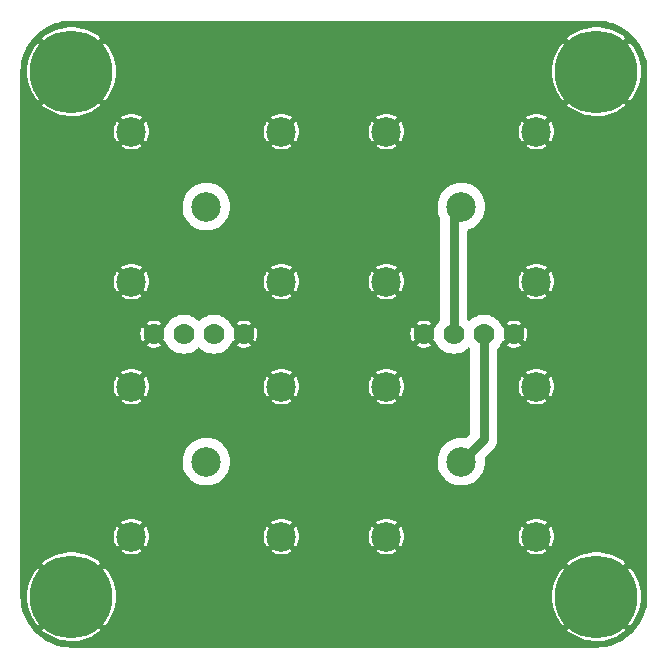
<source format=gbr>
%TF.GenerationSoftware,KiCad,Pcbnew,(5.99.0-12181-g5e8b23af64)*%
%TF.CreationDate,2021-09-04T21:06:35-05:00*%
%TF.ProjectId,coax-board,636f6178-2d62-46f6-9172-642e6b696361,rev?*%
%TF.SameCoordinates,Original*%
%TF.FileFunction,Copper,L3,Inr*%
%TF.FilePolarity,Positive*%
%FSLAX46Y46*%
G04 Gerber Fmt 4.6, Leading zero omitted, Abs format (unit mm)*
G04 Created by KiCad (PCBNEW (5.99.0-12181-g5e8b23af64)) date 2021-09-04 21:06:35*
%MOMM*%
%LPD*%
G01*
G04 APERTURE LIST*
%TA.AperFunction,ComponentPad*%
%ADD10C,2.500000*%
%TD*%
%TA.AperFunction,ComponentPad*%
%ADD11C,7.000000*%
%TD*%
%TA.AperFunction,ComponentPad*%
%ADD12C,1.778000*%
%TD*%
%TA.AperFunction,ViaPad*%
%ADD13C,0.800000*%
%TD*%
%TA.AperFunction,Conductor*%
%ADD14C,0.762000*%
%TD*%
G04 APERTURE END LIST*
D10*
%TO.N,Net-(J4-Pad1)*%
%TO.C,J4*%
X140970000Y-96520000D03*
%TO.N,Net-(J4-Pad2)*%
X147320000Y-102870000D03*
X147320000Y-90170000D03*
X134620000Y-90170000D03*
X134620000Y-102870000D03*
%TD*%
D11*
%TO.N,Net-(J4-Pad2)*%
%TO.C,H4*%
X152400000Y-107950000D03*
%TD*%
D10*
%TO.N,Net-(J3-Pad1)*%
%TO.C,J3*%
X119380000Y-96520000D03*
%TO.N,Net-(J4-Pad2)*%
X125730000Y-102870000D03*
X113030000Y-102870000D03*
X113030000Y-90170000D03*
X125730000Y-90170000D03*
%TD*%
D11*
%TO.N,Net-(J4-Pad2)*%
%TO.C,H3*%
X107950000Y-107950000D03*
%TD*%
%TO.N,Net-(J4-Pad2)*%
%TO.C,H2*%
X107950000Y-63500000D03*
%TD*%
D12*
%TO.N,Net-(J4-Pad2)*%
%TO.C,J3*%
X145415000Y-85725000D03*
X137795000Y-85725000D03*
%TO.N,Net-(J2-Pad1)*%
X140335000Y-85725000D03*
%TO.N,Net-(J4-Pad1)*%
X142875000Y-85725000D03*
%TD*%
D11*
%TO.N,Net-(J4-Pad2)*%
%TO.C,H1*%
X152400000Y-63500000D03*
%TD*%
D10*
%TO.N,Net-(J2-Pad1)*%
%TO.C,J2*%
X140970000Y-74930000D03*
%TO.N,Net-(J4-Pad2)*%
X134620000Y-81280000D03*
X147320000Y-68580000D03*
X147320000Y-81280000D03*
X134620000Y-68580000D03*
%TD*%
%TO.N,Net-(J1-Pad1)*%
%TO.C,J1*%
X119380000Y-74930000D03*
%TO.N,Net-(J4-Pad2)*%
X113030000Y-68580000D03*
X125730000Y-81280000D03*
X113030000Y-81280000D03*
X125730000Y-68580000D03*
%TD*%
D12*
%TO.N,Net-(J4-Pad2)*%
%TO.C,J3*%
X114935000Y-85725000D03*
X122555000Y-85725000D03*
%TO.N,Net-(J3-Pad1)*%
X117475000Y-85725000D03*
%TO.N,Net-(J1-Pad1)*%
X120015000Y-85725000D03*
%TD*%
D13*
%TO.N,Net-(J4-Pad2)*%
X130175000Y-108585000D03*
X150495000Y-95250000D03*
X154305000Y-76200000D03*
X135890000Y-64770000D03*
X106045000Y-68580000D03*
X109855000Y-76200000D03*
X154305000Y-83820000D03*
X122555000Y-108585000D03*
X106045000Y-95250000D03*
X106045000Y-76200000D03*
X150495000Y-99060000D03*
X135890000Y-110490000D03*
X114935000Y-62865000D03*
X122555000Y-62865000D03*
X143510000Y-64770000D03*
X139700000Y-106680000D03*
X143510000Y-60960000D03*
X107950000Y-74295000D03*
X116840000Y-110490000D03*
X128270000Y-64770000D03*
X152400000Y-70485000D03*
X106045000Y-72390000D03*
X152400000Y-78105000D03*
X154305000Y-87630000D03*
X132080000Y-64770000D03*
X106045000Y-87630000D03*
X133985000Y-62865000D03*
X120650000Y-60960000D03*
X150495000Y-76200000D03*
X154305000Y-99060000D03*
X109855000Y-99060000D03*
X143510000Y-106680000D03*
X147320000Y-110490000D03*
X107950000Y-85725000D03*
X133985000Y-108585000D03*
X109855000Y-83820000D03*
X154305000Y-102870000D03*
X152400000Y-89535000D03*
X116840000Y-106680000D03*
X150495000Y-102870000D03*
X154305000Y-68580000D03*
X128270000Y-106680000D03*
X106045000Y-91440000D03*
X132080000Y-110490000D03*
X106045000Y-102870000D03*
X143510000Y-110490000D03*
X107950000Y-81915000D03*
X126365000Y-62865000D03*
X137795000Y-62865000D03*
X139700000Y-64770000D03*
X139700000Y-60960000D03*
X150495000Y-80010000D03*
X120650000Y-64770000D03*
X141605000Y-108585000D03*
X107950000Y-100965000D03*
X107950000Y-70485000D03*
X141605000Y-62865000D03*
X113030000Y-60960000D03*
X118745000Y-62865000D03*
X152400000Y-97155000D03*
X106045000Y-99060000D03*
X130175000Y-62865000D03*
X124460000Y-110490000D03*
X124460000Y-64770000D03*
X154305000Y-91440000D03*
X113030000Y-64770000D03*
X132080000Y-60960000D03*
X135890000Y-106680000D03*
X116840000Y-60960000D03*
X114935000Y-108585000D03*
X106045000Y-83820000D03*
X124460000Y-60960000D03*
X107950000Y-97155000D03*
X147320000Y-64770000D03*
X107950000Y-89535000D03*
X152400000Y-93345000D03*
X128270000Y-60960000D03*
X147320000Y-106680000D03*
X109855000Y-95250000D03*
X109855000Y-72390000D03*
X139700000Y-110490000D03*
X145415000Y-108585000D03*
X147320000Y-60960000D03*
X154305000Y-72390000D03*
X109855000Y-68580000D03*
X152400000Y-74295000D03*
X150495000Y-83820000D03*
X106045000Y-80010000D03*
X124460000Y-106680000D03*
X116840000Y-64770000D03*
X113030000Y-110490000D03*
X154305000Y-95250000D03*
X109855000Y-102870000D03*
X107950000Y-78105000D03*
X150495000Y-72390000D03*
X150495000Y-68580000D03*
X120650000Y-110490000D03*
X135890000Y-60960000D03*
X128270000Y-110490000D03*
X137795000Y-108585000D03*
X126365000Y-108585000D03*
X109855000Y-87630000D03*
X109855000Y-80010000D03*
X113030000Y-106680000D03*
X152400000Y-81915000D03*
X132080000Y-106680000D03*
X150495000Y-87630000D03*
X109855000Y-91440000D03*
X154305000Y-80010000D03*
X152400000Y-85725000D03*
X150495000Y-91440000D03*
X118745000Y-108585000D03*
X145415000Y-62865000D03*
X107950000Y-93345000D03*
X152400000Y-100965000D03*
X120650000Y-106680000D03*
%TD*%
D14*
%TO.N,Net-(J2-Pad1)*%
X140335000Y-85725000D02*
X140335000Y-75565000D01*
X140335000Y-75565000D02*
X140970000Y-74930000D01*
%TO.N,Net-(J4-Pad1)*%
X142875000Y-94615000D02*
X140970000Y-96520000D01*
X142875000Y-85725000D02*
X142875000Y-94615000D01*
%TD*%
%TA.AperFunction,Conductor*%
%TO.N,Net-(J4-Pad2)*%
G36*
X152359570Y-59182992D02*
G01*
X152389293Y-59186747D01*
X152416589Y-59184071D01*
X152434690Y-59183604D01*
X152792596Y-59200151D01*
X152804185Y-59201225D01*
X153187666Y-59254718D01*
X153199106Y-59256857D01*
X153576015Y-59345505D01*
X153587191Y-59348685D01*
X153770759Y-59410211D01*
X153954317Y-59471734D01*
X153965169Y-59475938D01*
X154319373Y-59632334D01*
X154329791Y-59637522D01*
X154668039Y-59825925D01*
X154677933Y-59832050D01*
X154719048Y-59860215D01*
X154997370Y-60050870D01*
X155006658Y-60057884D01*
X155304542Y-60305244D01*
X155313142Y-60313085D01*
X155586915Y-60586858D01*
X155594756Y-60595458D01*
X155842116Y-60893342D01*
X155849130Y-60902630D01*
X156067949Y-61222066D01*
X156074074Y-61231959D01*
X156133514Y-61338675D01*
X156262478Y-61570209D01*
X156267666Y-61580627D01*
X156424062Y-61934831D01*
X156428266Y-61945683D01*
X156551312Y-62312800D01*
X156554495Y-62323985D01*
X156566016Y-62372970D01*
X156643143Y-62700894D01*
X156645282Y-62712334D01*
X156698775Y-63095815D01*
X156699849Y-63107404D01*
X156715865Y-63453814D01*
X156715005Y-63475425D01*
X156713253Y-63489293D01*
X156715242Y-63509580D01*
X156717399Y-63531577D01*
X156718000Y-63543872D01*
X156718000Y-107893792D01*
X156717008Y-107909570D01*
X156713253Y-107939293D01*
X156715929Y-107966589D01*
X156716396Y-107984690D01*
X156701189Y-108313605D01*
X156699849Y-108342596D01*
X156698775Y-108354185D01*
X156645282Y-108737666D01*
X156643143Y-108749106D01*
X156561560Y-109095978D01*
X156554497Y-109126006D01*
X156551312Y-109137200D01*
X156428266Y-109504317D01*
X156424062Y-109515169D01*
X156267666Y-109869373D01*
X156262478Y-109879791D01*
X156091163Y-110187361D01*
X156074075Y-110218039D01*
X156067949Y-110227934D01*
X155849130Y-110547370D01*
X155842116Y-110556658D01*
X155594756Y-110854542D01*
X155586915Y-110863142D01*
X155313142Y-111136915D01*
X155304542Y-111144756D01*
X155006658Y-111392116D01*
X154997370Y-111399130D01*
X154677934Y-111617949D01*
X154668041Y-111624074D01*
X154561325Y-111683514D01*
X154329791Y-111812478D01*
X154319373Y-111817666D01*
X153965169Y-111974062D01*
X153954317Y-111978266D01*
X153770759Y-112039789D01*
X153587191Y-112101315D01*
X153576015Y-112104495D01*
X153209100Y-112190793D01*
X153199106Y-112193143D01*
X153187666Y-112195282D01*
X152804185Y-112248775D01*
X152792596Y-112249849D01*
X152446184Y-112265865D01*
X152424575Y-112265005D01*
X152410707Y-112263253D01*
X152368423Y-112267399D01*
X152356128Y-112268000D01*
X108006208Y-112268000D01*
X107990430Y-112267008D01*
X107960707Y-112263253D01*
X107933411Y-112265929D01*
X107915310Y-112266396D01*
X107557404Y-112249849D01*
X107545815Y-112248775D01*
X107162334Y-112195282D01*
X107150894Y-112193143D01*
X107140901Y-112190793D01*
X106773985Y-112104495D01*
X106762809Y-112101315D01*
X106579241Y-112039789D01*
X106395683Y-111978266D01*
X106384831Y-111974062D01*
X106030627Y-111817666D01*
X106020209Y-111812478D01*
X105788675Y-111683514D01*
X105681959Y-111624074D01*
X105672066Y-111617949D01*
X105352630Y-111399130D01*
X105343342Y-111392116D01*
X105045458Y-111144756D01*
X105036858Y-111136915D01*
X104763085Y-110863142D01*
X104755244Y-110854542D01*
X104692409Y-110778873D01*
X105486536Y-110778873D01*
X105493147Y-110788393D01*
X105633430Y-110909909D01*
X105638441Y-110913824D01*
X105944410Y-111128862D01*
X105949787Y-111132248D01*
X106275920Y-111315266D01*
X106281613Y-111318092D01*
X106624562Y-111467210D01*
X106630536Y-111469455D01*
X106986780Y-111583148D01*
X106992948Y-111584777D01*
X107358871Y-111661890D01*
X107365155Y-111662885D01*
X107737008Y-111702624D01*
X107743370Y-111702980D01*
X108117327Y-111704938D01*
X108123677Y-111704650D01*
X108495935Y-111668806D01*
X108502224Y-111667877D01*
X108868938Y-111594599D01*
X108875111Y-111593037D01*
X109232552Y-111483075D01*
X109238528Y-111480900D01*
X109583011Y-111335384D01*
X109588765Y-111332603D01*
X109916761Y-111153030D01*
X109922207Y-111149680D01*
X110230394Y-110937869D01*
X110235447Y-110934006D01*
X110405255Y-110789997D01*
X110412573Y-110778873D01*
X149936536Y-110778873D01*
X149943147Y-110788393D01*
X150083430Y-110909909D01*
X150088441Y-110913824D01*
X150394410Y-111128862D01*
X150399787Y-111132248D01*
X150725920Y-111315266D01*
X150731613Y-111318092D01*
X151074562Y-111467210D01*
X151080536Y-111469455D01*
X151436780Y-111583148D01*
X151442948Y-111584777D01*
X151808871Y-111661890D01*
X151815155Y-111662885D01*
X152187008Y-111702624D01*
X152193370Y-111702980D01*
X152567327Y-111704938D01*
X152573677Y-111704650D01*
X152945935Y-111668806D01*
X152952224Y-111667877D01*
X153318938Y-111594599D01*
X153325111Y-111593037D01*
X153682552Y-111483075D01*
X153688528Y-111480900D01*
X154033011Y-111335384D01*
X154038765Y-111332603D01*
X154366761Y-111153030D01*
X154372207Y-111149680D01*
X154680394Y-110937869D01*
X154685447Y-110934006D01*
X154855255Y-110789997D01*
X154863691Y-110777174D01*
X154857638Y-110766848D01*
X152412812Y-108322022D01*
X152398868Y-108314408D01*
X152397035Y-108314539D01*
X152390420Y-108318790D01*
X149943994Y-110765216D01*
X149936536Y-110778873D01*
X110412573Y-110778873D01*
X110413691Y-110777174D01*
X110407638Y-110766848D01*
X107962812Y-108322022D01*
X107948868Y-108314408D01*
X107947035Y-108314539D01*
X107940420Y-108318790D01*
X105493994Y-110765216D01*
X105486536Y-110778873D01*
X104692409Y-110778873D01*
X104507884Y-110556658D01*
X104500870Y-110547370D01*
X104282051Y-110227934D01*
X104275925Y-110218039D01*
X104258838Y-110187361D01*
X104087522Y-109879791D01*
X104082334Y-109869373D01*
X103925938Y-109515169D01*
X103921734Y-109504317D01*
X103798688Y-109137200D01*
X103795503Y-109126006D01*
X103788441Y-109095978D01*
X103706857Y-108749106D01*
X103704718Y-108737666D01*
X103651225Y-108354185D01*
X103650151Y-108342596D01*
X103634135Y-107996186D01*
X103634995Y-107974573D01*
X103634999Y-107974541D01*
X103636747Y-107960707D01*
X103634723Y-107940060D01*
X104191349Y-107940060D01*
X104208964Y-108313605D01*
X104209587Y-108319956D01*
X104264863Y-108689811D01*
X104266119Y-108696043D01*
X104358490Y-109058428D01*
X104360372Y-109064506D01*
X104488890Y-109415701D01*
X104491376Y-109421556D01*
X104654722Y-109757954D01*
X104657796Y-109763545D01*
X104854298Y-110081710D01*
X104857917Y-110086956D01*
X105085566Y-110383633D01*
X105089704Y-110388495D01*
X105107646Y-110407534D01*
X105121357Y-110415557D01*
X105122197Y-110415522D01*
X105130319Y-110410471D01*
X107577978Y-107962812D01*
X107584356Y-107951132D01*
X108314408Y-107951132D01*
X108314539Y-107952965D01*
X108318790Y-107959580D01*
X110768319Y-110409109D01*
X110782263Y-110416723D01*
X110783455Y-110416638D01*
X110789372Y-110412755D01*
X111019541Y-110119212D01*
X111023208Y-110114013D01*
X111223030Y-109797924D01*
X111226164Y-109792364D01*
X111393026Y-109457690D01*
X111395571Y-109451864D01*
X111527763Y-109102030D01*
X111529706Y-109095978D01*
X111625864Y-108734588D01*
X111627190Y-108728353D01*
X111686334Y-108359102D01*
X111687023Y-108352766D01*
X111708634Y-107977936D01*
X111708738Y-107974541D01*
X111708818Y-107951696D01*
X111708739Y-107948317D01*
X111708321Y-107940060D01*
X148641349Y-107940060D01*
X148658964Y-108313605D01*
X148659587Y-108319956D01*
X148714863Y-108689811D01*
X148716119Y-108696043D01*
X148808490Y-109058428D01*
X148810372Y-109064506D01*
X148938890Y-109415701D01*
X148941376Y-109421556D01*
X149104722Y-109757954D01*
X149107796Y-109763545D01*
X149304298Y-110081710D01*
X149307917Y-110086956D01*
X149535566Y-110383633D01*
X149539704Y-110388495D01*
X149557646Y-110407534D01*
X149571357Y-110415557D01*
X149572197Y-110415522D01*
X149580319Y-110410471D01*
X152027978Y-107962812D01*
X152034356Y-107951132D01*
X152764408Y-107951132D01*
X152764539Y-107952965D01*
X152768790Y-107959580D01*
X155218319Y-110409109D01*
X155232263Y-110416723D01*
X155233455Y-110416638D01*
X155239372Y-110412755D01*
X155469541Y-110119212D01*
X155473208Y-110114013D01*
X155673030Y-109797924D01*
X155676164Y-109792364D01*
X155843026Y-109457690D01*
X155845571Y-109451864D01*
X155977763Y-109102030D01*
X155979706Y-109095978D01*
X156075864Y-108734588D01*
X156077190Y-108728353D01*
X156136334Y-108359102D01*
X156137023Y-108352766D01*
X156158634Y-107977936D01*
X156158738Y-107974541D01*
X156158818Y-107951696D01*
X156158739Y-107948317D01*
X156139742Y-107573320D01*
X156139099Y-107567000D01*
X156082534Y-107197343D01*
X156081252Y-107191094D01*
X155987618Y-106829039D01*
X155985716Y-106822970D01*
X155855972Y-106472228D01*
X155853469Y-106466386D01*
X155688943Y-106130545D01*
X155685855Y-106124977D01*
X155488242Y-105807497D01*
X155484604Y-105802264D01*
X155255919Y-105506379D01*
X155251773Y-105501542D01*
X155242767Y-105492052D01*
X155229032Y-105484078D01*
X155228074Y-105484122D01*
X155220126Y-105489084D01*
X152772022Y-107937188D01*
X152764408Y-107951132D01*
X152034356Y-107951132D01*
X152035592Y-107948868D01*
X152035461Y-107947035D01*
X152031210Y-107940420D01*
X149582113Y-105491323D01*
X149568169Y-105483709D01*
X149567097Y-105483785D01*
X149559441Y-105488829D01*
X149556785Y-105491609D01*
X149552638Y-105496413D01*
X149322911Y-105791510D01*
X149319253Y-105796735D01*
X149120537Y-106113516D01*
X149117426Y-106119082D01*
X148951735Y-106454333D01*
X148949207Y-106460173D01*
X148818236Y-106810471D01*
X148816318Y-106816518D01*
X148721418Y-107178256D01*
X148720118Y-107184479D01*
X148662258Y-107553958D01*
X148661595Y-107560265D01*
X148641371Y-107933704D01*
X148641349Y-107940060D01*
X111708321Y-107940060D01*
X111689742Y-107573320D01*
X111689099Y-107567000D01*
X111632534Y-107197343D01*
X111631252Y-107191094D01*
X111537618Y-106829039D01*
X111535716Y-106822970D01*
X111405972Y-106472228D01*
X111403469Y-106466386D01*
X111238943Y-106130545D01*
X111235855Y-106124977D01*
X111038242Y-105807497D01*
X111034604Y-105802264D01*
X110805919Y-105506379D01*
X110801773Y-105501542D01*
X110792767Y-105492052D01*
X110779032Y-105484078D01*
X110778074Y-105484122D01*
X110770126Y-105489084D01*
X108322022Y-107937188D01*
X108314408Y-107951132D01*
X107584356Y-107951132D01*
X107585592Y-107948868D01*
X107585461Y-107947035D01*
X107581210Y-107940420D01*
X105132113Y-105491323D01*
X105118169Y-105483709D01*
X105117097Y-105483785D01*
X105109441Y-105488829D01*
X105106785Y-105491609D01*
X105102638Y-105496413D01*
X104872911Y-105791510D01*
X104869253Y-105796735D01*
X104670537Y-106113516D01*
X104667426Y-106119082D01*
X104501735Y-106454333D01*
X104499207Y-106460173D01*
X104368236Y-106810471D01*
X104366318Y-106816518D01*
X104271418Y-107178256D01*
X104270118Y-107184479D01*
X104212258Y-107553958D01*
X104211595Y-107560265D01*
X104191371Y-107933704D01*
X104191349Y-107940060D01*
X103634723Y-107940060D01*
X103632601Y-107918422D01*
X103632000Y-107906128D01*
X103632000Y-105122983D01*
X105486392Y-105122983D01*
X105492400Y-105133190D01*
X107937188Y-107577978D01*
X107951132Y-107585592D01*
X107952965Y-107585461D01*
X107959580Y-107581210D01*
X110406058Y-105134732D01*
X110412474Y-105122983D01*
X149936392Y-105122983D01*
X149942400Y-105133190D01*
X152387188Y-107577978D01*
X152401132Y-107585592D01*
X152402965Y-107585461D01*
X152409580Y-107581210D01*
X154856058Y-105134732D01*
X154863483Y-105121135D01*
X154856783Y-105111524D01*
X154706225Y-104982023D01*
X154701196Y-104978123D01*
X154394486Y-104764159D01*
X154389088Y-104760786D01*
X154062328Y-104578914D01*
X154056618Y-104576104D01*
X153713155Y-104428185D01*
X153707173Y-104425961D01*
X153350525Y-104313511D01*
X153344366Y-104311906D01*
X152978163Y-104236068D01*
X152971885Y-104235096D01*
X152599878Y-104196653D01*
X152593547Y-104196321D01*
X152219559Y-104195670D01*
X152213218Y-104195980D01*
X151841096Y-104233122D01*
X151834803Y-104234074D01*
X151468343Y-104308630D01*
X151462170Y-104310215D01*
X151105127Y-104421423D01*
X151099157Y-104423619D01*
X150755172Y-104570340D01*
X150749445Y-104573134D01*
X150422060Y-104753860D01*
X150416642Y-104757220D01*
X150109200Y-104970104D01*
X150104141Y-104974000D01*
X149944822Y-105110070D01*
X149936392Y-105122983D01*
X110412474Y-105122983D01*
X110413483Y-105121135D01*
X110406783Y-105111524D01*
X110256225Y-104982023D01*
X110251196Y-104978123D01*
X109944486Y-104764159D01*
X109939088Y-104760786D01*
X109612328Y-104578914D01*
X109606618Y-104576104D01*
X109263155Y-104428185D01*
X109257173Y-104425961D01*
X108900525Y-104313511D01*
X108894366Y-104311906D01*
X108528163Y-104236068D01*
X108521885Y-104235096D01*
X108149878Y-104196653D01*
X108143547Y-104196321D01*
X107769559Y-104195670D01*
X107763218Y-104195980D01*
X107391096Y-104233122D01*
X107384803Y-104234074D01*
X107018343Y-104308630D01*
X107012170Y-104310215D01*
X106655127Y-104421423D01*
X106649157Y-104423619D01*
X106305172Y-104570340D01*
X106299445Y-104573134D01*
X105972060Y-104753860D01*
X105966642Y-104757220D01*
X105659200Y-104970104D01*
X105654141Y-104974000D01*
X105494822Y-105110070D01*
X105486392Y-105122983D01*
X103632000Y-105122983D01*
X103632000Y-104099762D01*
X112165068Y-104099762D01*
X112170795Y-104107412D01*
X112340867Y-104211632D01*
X112349661Y-104216113D01*
X112559228Y-104302918D01*
X112568613Y-104305967D01*
X112789182Y-104358922D01*
X112798929Y-104360465D01*
X113025070Y-104378263D01*
X113034930Y-104378263D01*
X113261071Y-104360465D01*
X113270818Y-104358922D01*
X113491387Y-104305967D01*
X113500772Y-104302918D01*
X113710339Y-104216113D01*
X113719133Y-104211632D01*
X113885539Y-104109659D01*
X113894493Y-104099762D01*
X124865068Y-104099762D01*
X124870795Y-104107412D01*
X125040867Y-104211632D01*
X125049661Y-104216113D01*
X125259228Y-104302918D01*
X125268613Y-104305967D01*
X125489182Y-104358922D01*
X125498929Y-104360465D01*
X125725070Y-104378263D01*
X125734930Y-104378263D01*
X125961071Y-104360465D01*
X125970818Y-104358922D01*
X126191387Y-104305967D01*
X126200772Y-104302918D01*
X126410339Y-104216113D01*
X126419133Y-104211632D01*
X126585539Y-104109659D01*
X126594493Y-104099762D01*
X133755068Y-104099762D01*
X133760795Y-104107412D01*
X133930867Y-104211632D01*
X133939661Y-104216113D01*
X134149228Y-104302918D01*
X134158613Y-104305967D01*
X134379182Y-104358922D01*
X134388929Y-104360465D01*
X134615070Y-104378263D01*
X134624930Y-104378263D01*
X134851071Y-104360465D01*
X134860818Y-104358922D01*
X135081387Y-104305967D01*
X135090772Y-104302918D01*
X135300339Y-104216113D01*
X135309133Y-104211632D01*
X135475539Y-104109659D01*
X135484493Y-104099762D01*
X146455068Y-104099762D01*
X146460795Y-104107412D01*
X146630867Y-104211632D01*
X146639661Y-104216113D01*
X146849228Y-104302918D01*
X146858613Y-104305967D01*
X147079182Y-104358922D01*
X147088929Y-104360465D01*
X147315070Y-104378263D01*
X147324930Y-104378263D01*
X147551071Y-104360465D01*
X147560818Y-104358922D01*
X147781387Y-104305967D01*
X147790772Y-104302918D01*
X148000339Y-104216113D01*
X148009133Y-104211632D01*
X148175539Y-104109659D01*
X148184999Y-104099203D01*
X148181215Y-104090425D01*
X147332812Y-103242022D01*
X147318868Y-103234408D01*
X147317035Y-103234539D01*
X147310420Y-103238790D01*
X146461828Y-104087382D01*
X146455068Y-104099762D01*
X135484493Y-104099762D01*
X135484999Y-104099203D01*
X135481215Y-104090425D01*
X134632812Y-103242022D01*
X134618868Y-103234408D01*
X134617035Y-103234539D01*
X134610420Y-103238790D01*
X133761828Y-104087382D01*
X133755068Y-104099762D01*
X126594493Y-104099762D01*
X126594999Y-104099203D01*
X126591215Y-104090425D01*
X125742812Y-103242022D01*
X125728868Y-103234408D01*
X125727035Y-103234539D01*
X125720420Y-103238790D01*
X124871828Y-104087382D01*
X124865068Y-104099762D01*
X113894493Y-104099762D01*
X113894999Y-104099203D01*
X113891215Y-104090425D01*
X113042812Y-103242022D01*
X113028868Y-103234408D01*
X113027035Y-103234539D01*
X113020420Y-103238790D01*
X112171828Y-104087382D01*
X112165068Y-104099762D01*
X103632000Y-104099762D01*
X103632000Y-102865070D01*
X111521737Y-102865070D01*
X111521737Y-102874930D01*
X111539535Y-103101071D01*
X111541078Y-103110818D01*
X111594033Y-103331387D01*
X111597082Y-103340772D01*
X111683887Y-103550339D01*
X111688368Y-103559133D01*
X111790341Y-103725539D01*
X111800797Y-103734999D01*
X111809575Y-103731215D01*
X112657978Y-102882812D01*
X112664356Y-102871132D01*
X113394408Y-102871132D01*
X113394539Y-102872965D01*
X113398790Y-102879580D01*
X114247382Y-103728172D01*
X114259762Y-103734932D01*
X114267412Y-103729205D01*
X114371632Y-103559133D01*
X114376113Y-103550339D01*
X114462918Y-103340772D01*
X114465967Y-103331387D01*
X114518922Y-103110818D01*
X114520465Y-103101071D01*
X114538263Y-102874930D01*
X114538263Y-102865070D01*
X124221737Y-102865070D01*
X124221737Y-102874930D01*
X124239535Y-103101071D01*
X124241078Y-103110818D01*
X124294033Y-103331387D01*
X124297082Y-103340772D01*
X124383887Y-103550339D01*
X124388368Y-103559133D01*
X124490341Y-103725539D01*
X124500797Y-103734999D01*
X124509575Y-103731215D01*
X125357978Y-102882812D01*
X125364356Y-102871132D01*
X126094408Y-102871132D01*
X126094539Y-102872965D01*
X126098790Y-102879580D01*
X126947382Y-103728172D01*
X126959762Y-103734932D01*
X126967412Y-103729205D01*
X127071632Y-103559133D01*
X127076113Y-103550339D01*
X127162918Y-103340772D01*
X127165967Y-103331387D01*
X127218922Y-103110818D01*
X127220465Y-103101071D01*
X127238263Y-102874930D01*
X127238263Y-102865070D01*
X133111737Y-102865070D01*
X133111737Y-102874930D01*
X133129535Y-103101071D01*
X133131078Y-103110818D01*
X133184033Y-103331387D01*
X133187082Y-103340772D01*
X133273887Y-103550339D01*
X133278368Y-103559133D01*
X133380341Y-103725539D01*
X133390797Y-103734999D01*
X133399575Y-103731215D01*
X134247978Y-102882812D01*
X134254356Y-102871132D01*
X134984408Y-102871132D01*
X134984539Y-102872965D01*
X134988790Y-102879580D01*
X135837382Y-103728172D01*
X135849762Y-103734932D01*
X135857412Y-103729205D01*
X135961632Y-103559133D01*
X135966113Y-103550339D01*
X136052918Y-103340772D01*
X136055967Y-103331387D01*
X136108922Y-103110818D01*
X136110465Y-103101071D01*
X136128263Y-102874930D01*
X136128263Y-102865070D01*
X145811737Y-102865070D01*
X145811737Y-102874930D01*
X145829535Y-103101071D01*
X145831078Y-103110818D01*
X145884033Y-103331387D01*
X145887082Y-103340772D01*
X145973887Y-103550339D01*
X145978368Y-103559133D01*
X146080341Y-103725539D01*
X146090797Y-103734999D01*
X146099575Y-103731215D01*
X146947978Y-102882812D01*
X146954356Y-102871132D01*
X147684408Y-102871132D01*
X147684539Y-102872965D01*
X147688790Y-102879580D01*
X148537382Y-103728172D01*
X148549762Y-103734932D01*
X148557412Y-103729205D01*
X148661632Y-103559133D01*
X148666113Y-103550339D01*
X148752918Y-103340772D01*
X148755967Y-103331387D01*
X148808922Y-103110818D01*
X148810465Y-103101071D01*
X148828263Y-102874930D01*
X148828263Y-102865070D01*
X148810465Y-102638929D01*
X148808922Y-102629182D01*
X148755967Y-102408613D01*
X148752918Y-102399228D01*
X148666113Y-102189661D01*
X148661632Y-102180867D01*
X148559659Y-102014461D01*
X148549203Y-102005001D01*
X148540425Y-102008785D01*
X147692022Y-102857188D01*
X147684408Y-102871132D01*
X146954356Y-102871132D01*
X146955592Y-102868868D01*
X146955461Y-102867035D01*
X146951210Y-102860420D01*
X146102618Y-102011828D01*
X146090238Y-102005068D01*
X146082588Y-102010795D01*
X145978368Y-102180867D01*
X145973887Y-102189661D01*
X145887082Y-102399228D01*
X145884033Y-102408613D01*
X145831078Y-102629182D01*
X145829535Y-102638929D01*
X145811737Y-102865070D01*
X136128263Y-102865070D01*
X136110465Y-102638929D01*
X136108922Y-102629182D01*
X136055967Y-102408613D01*
X136052918Y-102399228D01*
X135966113Y-102189661D01*
X135961632Y-102180867D01*
X135859659Y-102014461D01*
X135849203Y-102005001D01*
X135840425Y-102008785D01*
X134992022Y-102857188D01*
X134984408Y-102871132D01*
X134254356Y-102871132D01*
X134255592Y-102868868D01*
X134255461Y-102867035D01*
X134251210Y-102860420D01*
X133402618Y-102011828D01*
X133390238Y-102005068D01*
X133382588Y-102010795D01*
X133278368Y-102180867D01*
X133273887Y-102189661D01*
X133187082Y-102399228D01*
X133184033Y-102408613D01*
X133131078Y-102629182D01*
X133129535Y-102638929D01*
X133111737Y-102865070D01*
X127238263Y-102865070D01*
X127220465Y-102638929D01*
X127218922Y-102629182D01*
X127165967Y-102408613D01*
X127162918Y-102399228D01*
X127076113Y-102189661D01*
X127071632Y-102180867D01*
X126969659Y-102014461D01*
X126959203Y-102005001D01*
X126950425Y-102008785D01*
X126102022Y-102857188D01*
X126094408Y-102871132D01*
X125364356Y-102871132D01*
X125365592Y-102868868D01*
X125365461Y-102867035D01*
X125361210Y-102860420D01*
X124512618Y-102011828D01*
X124500238Y-102005068D01*
X124492588Y-102010795D01*
X124388368Y-102180867D01*
X124383887Y-102189661D01*
X124297082Y-102399228D01*
X124294033Y-102408613D01*
X124241078Y-102629182D01*
X124239535Y-102638929D01*
X124221737Y-102865070D01*
X114538263Y-102865070D01*
X114520465Y-102638929D01*
X114518922Y-102629182D01*
X114465967Y-102408613D01*
X114462918Y-102399228D01*
X114376113Y-102189661D01*
X114371632Y-102180867D01*
X114269659Y-102014461D01*
X114259203Y-102005001D01*
X114250425Y-102008785D01*
X113402022Y-102857188D01*
X113394408Y-102871132D01*
X112664356Y-102871132D01*
X112665592Y-102868868D01*
X112665461Y-102867035D01*
X112661210Y-102860420D01*
X111812618Y-102011828D01*
X111800238Y-102005068D01*
X111792588Y-102010795D01*
X111688368Y-102180867D01*
X111683887Y-102189661D01*
X111597082Y-102399228D01*
X111594033Y-102408613D01*
X111541078Y-102629182D01*
X111539535Y-102638929D01*
X111521737Y-102865070D01*
X103632000Y-102865070D01*
X103632000Y-101640797D01*
X112165001Y-101640797D01*
X112168785Y-101649575D01*
X113017188Y-102497978D01*
X113031132Y-102505592D01*
X113032965Y-102505461D01*
X113039580Y-102501210D01*
X113888172Y-101652618D01*
X113894627Y-101640797D01*
X124865001Y-101640797D01*
X124868785Y-101649575D01*
X125717188Y-102497978D01*
X125731132Y-102505592D01*
X125732965Y-102505461D01*
X125739580Y-102501210D01*
X126588172Y-101652618D01*
X126594627Y-101640797D01*
X133755001Y-101640797D01*
X133758785Y-101649575D01*
X134607188Y-102497978D01*
X134621132Y-102505592D01*
X134622965Y-102505461D01*
X134629580Y-102501210D01*
X135478172Y-101652618D01*
X135484627Y-101640797D01*
X146455001Y-101640797D01*
X146458785Y-101649575D01*
X147307188Y-102497978D01*
X147321132Y-102505592D01*
X147322965Y-102505461D01*
X147329580Y-102501210D01*
X148178172Y-101652618D01*
X148184932Y-101640238D01*
X148179205Y-101632588D01*
X148009133Y-101528368D01*
X148000339Y-101523887D01*
X147790772Y-101437082D01*
X147781387Y-101434033D01*
X147560818Y-101381078D01*
X147551071Y-101379535D01*
X147324930Y-101361737D01*
X147315070Y-101361737D01*
X147088929Y-101379535D01*
X147079182Y-101381078D01*
X146858613Y-101434033D01*
X146849228Y-101437082D01*
X146639661Y-101523887D01*
X146630867Y-101528368D01*
X146464461Y-101630341D01*
X146455001Y-101640797D01*
X135484627Y-101640797D01*
X135484932Y-101640238D01*
X135479205Y-101632588D01*
X135309133Y-101528368D01*
X135300339Y-101523887D01*
X135090772Y-101437082D01*
X135081387Y-101434033D01*
X134860818Y-101381078D01*
X134851071Y-101379535D01*
X134624930Y-101361737D01*
X134615070Y-101361737D01*
X134388929Y-101379535D01*
X134379182Y-101381078D01*
X134158613Y-101434033D01*
X134149228Y-101437082D01*
X133939661Y-101523887D01*
X133930867Y-101528368D01*
X133764461Y-101630341D01*
X133755001Y-101640797D01*
X126594627Y-101640797D01*
X126594932Y-101640238D01*
X126589205Y-101632588D01*
X126419133Y-101528368D01*
X126410339Y-101523887D01*
X126200772Y-101437082D01*
X126191387Y-101434033D01*
X125970818Y-101381078D01*
X125961071Y-101379535D01*
X125734930Y-101361737D01*
X125725070Y-101361737D01*
X125498929Y-101379535D01*
X125489182Y-101381078D01*
X125268613Y-101434033D01*
X125259228Y-101437082D01*
X125049661Y-101523887D01*
X125040867Y-101528368D01*
X124874461Y-101630341D01*
X124865001Y-101640797D01*
X113894627Y-101640797D01*
X113894932Y-101640238D01*
X113889205Y-101632588D01*
X113719133Y-101528368D01*
X113710339Y-101523887D01*
X113500772Y-101437082D01*
X113491387Y-101434033D01*
X113270818Y-101381078D01*
X113261071Y-101379535D01*
X113034930Y-101361737D01*
X113025070Y-101361737D01*
X112798929Y-101379535D01*
X112789182Y-101381078D01*
X112568613Y-101434033D01*
X112559228Y-101437082D01*
X112349661Y-101523887D01*
X112340867Y-101528368D01*
X112174461Y-101630341D01*
X112165001Y-101640797D01*
X103632000Y-101640797D01*
X103632000Y-96498876D01*
X117362908Y-96498876D01*
X117378703Y-96772823D01*
X117379528Y-96777030D01*
X117379529Y-96777035D01*
X117412007Y-96942575D01*
X117431532Y-97042091D01*
X117520415Y-97301698D01*
X117643709Y-97546840D01*
X117799131Y-97772981D01*
X117983807Y-97975937D01*
X117987096Y-97978687D01*
X118191026Y-98149200D01*
X118191031Y-98149204D01*
X118194318Y-98151952D01*
X118252404Y-98188389D01*
X118423129Y-98295485D01*
X118423133Y-98295487D01*
X118426769Y-98297768D01*
X118430679Y-98299533D01*
X118430680Y-98299534D01*
X118672947Y-98408922D01*
X118672951Y-98408924D01*
X118676859Y-98410688D01*
X118680979Y-98411908D01*
X118680978Y-98411908D01*
X118935848Y-98487404D01*
X118935852Y-98487405D01*
X118939961Y-98488622D01*
X118944195Y-98489270D01*
X118944200Y-98489271D01*
X119206963Y-98529479D01*
X119206965Y-98529479D01*
X119211205Y-98530128D01*
X119350906Y-98532323D01*
X119481281Y-98534371D01*
X119481287Y-98534371D01*
X119485572Y-98534438D01*
X119757986Y-98501473D01*
X120023406Y-98431841D01*
X120276919Y-98326832D01*
X120326657Y-98297768D01*
X120510128Y-98190556D01*
X120510130Y-98190554D01*
X120513836Y-98188389D01*
X120729772Y-98019074D01*
X120920732Y-97822019D01*
X120923265Y-97818571D01*
X120923269Y-97818566D01*
X121080643Y-97604326D01*
X121083181Y-97600871D01*
X121214114Y-97359723D01*
X121311108Y-97103036D01*
X121372368Y-96835560D01*
X121377592Y-96777035D01*
X121396541Y-96564710D01*
X121396761Y-96562245D01*
X121397203Y-96520000D01*
X121378540Y-96246234D01*
X121375094Y-96229591D01*
X121323764Y-95981736D01*
X121322894Y-95977534D01*
X121231297Y-95718872D01*
X121105443Y-95475034D01*
X120947661Y-95250533D01*
X120791140Y-95082096D01*
X120763791Y-95052665D01*
X120763788Y-95052662D01*
X120760870Y-95049522D01*
X120548528Y-94875722D01*
X120314562Y-94732347D01*
X120288652Y-94720973D01*
X120067235Y-94623778D01*
X120063303Y-94622052D01*
X119799400Y-94546878D01*
X119795158Y-94546274D01*
X119795152Y-94546273D01*
X119531987Y-94508819D01*
X119527736Y-94508214D01*
X119383155Y-94507457D01*
X119257625Y-94506799D01*
X119257618Y-94506799D01*
X119253339Y-94506777D01*
X119249095Y-94507336D01*
X119249091Y-94507336D01*
X119129293Y-94523108D01*
X118981285Y-94542594D01*
X118977145Y-94543727D01*
X118977143Y-94543727D01*
X118965625Y-94546878D01*
X118716609Y-94615001D01*
X118712661Y-94616685D01*
X118468161Y-94720973D01*
X118468157Y-94720975D01*
X118464209Y-94722659D01*
X118397421Y-94762631D01*
X118232437Y-94861371D01*
X118232433Y-94861374D01*
X118228755Y-94863575D01*
X118225412Y-94866253D01*
X118225408Y-94866256D01*
X118197575Y-94888555D01*
X118014604Y-95035143D01*
X118011660Y-95038245D01*
X118011656Y-95038249D01*
X117828668Y-95231077D01*
X117825718Y-95234186D01*
X117665594Y-95457023D01*
X117537193Y-95699530D01*
X117442893Y-95957218D01*
X117384437Y-96225321D01*
X117362908Y-96498876D01*
X103632000Y-96498876D01*
X103632000Y-91399762D01*
X112165068Y-91399762D01*
X112170795Y-91407412D01*
X112340867Y-91511632D01*
X112349661Y-91516113D01*
X112559228Y-91602918D01*
X112568613Y-91605967D01*
X112789182Y-91658922D01*
X112798929Y-91660465D01*
X113025070Y-91678263D01*
X113034930Y-91678263D01*
X113261071Y-91660465D01*
X113270818Y-91658922D01*
X113491387Y-91605967D01*
X113500772Y-91602918D01*
X113710339Y-91516113D01*
X113719133Y-91511632D01*
X113885539Y-91409659D01*
X113894493Y-91399762D01*
X124865068Y-91399762D01*
X124870795Y-91407412D01*
X125040867Y-91511632D01*
X125049661Y-91516113D01*
X125259228Y-91602918D01*
X125268613Y-91605967D01*
X125489182Y-91658922D01*
X125498929Y-91660465D01*
X125725070Y-91678263D01*
X125734930Y-91678263D01*
X125961071Y-91660465D01*
X125970818Y-91658922D01*
X126191387Y-91605967D01*
X126200772Y-91602918D01*
X126410339Y-91516113D01*
X126419133Y-91511632D01*
X126585539Y-91409659D01*
X126594493Y-91399762D01*
X133755068Y-91399762D01*
X133760795Y-91407412D01*
X133930867Y-91511632D01*
X133939661Y-91516113D01*
X134149228Y-91602918D01*
X134158613Y-91605967D01*
X134379182Y-91658922D01*
X134388929Y-91660465D01*
X134615070Y-91678263D01*
X134624930Y-91678263D01*
X134851071Y-91660465D01*
X134860818Y-91658922D01*
X135081387Y-91605967D01*
X135090772Y-91602918D01*
X135300339Y-91516113D01*
X135309133Y-91511632D01*
X135475539Y-91409659D01*
X135484999Y-91399203D01*
X135481215Y-91390425D01*
X134632812Y-90542022D01*
X134618868Y-90534408D01*
X134617035Y-90534539D01*
X134610420Y-90538790D01*
X133761828Y-91387382D01*
X133755068Y-91399762D01*
X126594493Y-91399762D01*
X126594999Y-91399203D01*
X126591215Y-91390425D01*
X125742812Y-90542022D01*
X125728868Y-90534408D01*
X125727035Y-90534539D01*
X125720420Y-90538790D01*
X124871828Y-91387382D01*
X124865068Y-91399762D01*
X113894493Y-91399762D01*
X113894999Y-91399203D01*
X113891215Y-91390425D01*
X113042812Y-90542022D01*
X113028868Y-90534408D01*
X113027035Y-90534539D01*
X113020420Y-90538790D01*
X112171828Y-91387382D01*
X112165068Y-91399762D01*
X103632000Y-91399762D01*
X103632000Y-90165070D01*
X111521737Y-90165070D01*
X111521737Y-90174930D01*
X111539535Y-90401071D01*
X111541078Y-90410818D01*
X111594033Y-90631387D01*
X111597082Y-90640772D01*
X111683887Y-90850339D01*
X111688368Y-90859133D01*
X111790341Y-91025539D01*
X111800797Y-91034999D01*
X111809575Y-91031215D01*
X112657978Y-90182812D01*
X112664356Y-90171132D01*
X113394408Y-90171132D01*
X113394539Y-90172965D01*
X113398790Y-90179580D01*
X114247382Y-91028172D01*
X114259762Y-91034932D01*
X114267412Y-91029205D01*
X114371632Y-90859133D01*
X114376113Y-90850339D01*
X114462918Y-90640772D01*
X114465967Y-90631387D01*
X114518922Y-90410818D01*
X114520465Y-90401071D01*
X114538263Y-90174930D01*
X114538263Y-90165070D01*
X124221737Y-90165070D01*
X124221737Y-90174930D01*
X124239535Y-90401071D01*
X124241078Y-90410818D01*
X124294033Y-90631387D01*
X124297082Y-90640772D01*
X124383887Y-90850339D01*
X124388368Y-90859133D01*
X124490341Y-91025539D01*
X124500797Y-91034999D01*
X124509575Y-91031215D01*
X125357978Y-90182812D01*
X125364356Y-90171132D01*
X126094408Y-90171132D01*
X126094539Y-90172965D01*
X126098790Y-90179580D01*
X126947382Y-91028172D01*
X126959762Y-91034932D01*
X126967412Y-91029205D01*
X127071632Y-90859133D01*
X127076113Y-90850339D01*
X127162918Y-90640772D01*
X127165967Y-90631387D01*
X127218922Y-90410818D01*
X127220465Y-90401071D01*
X127238263Y-90174930D01*
X127238263Y-90165070D01*
X133111737Y-90165070D01*
X133111737Y-90174930D01*
X133129535Y-90401071D01*
X133131078Y-90410818D01*
X133184033Y-90631387D01*
X133187082Y-90640772D01*
X133273887Y-90850339D01*
X133278368Y-90859133D01*
X133380341Y-91025539D01*
X133390797Y-91034999D01*
X133399575Y-91031215D01*
X134247978Y-90182812D01*
X134254356Y-90171132D01*
X134984408Y-90171132D01*
X134984539Y-90172965D01*
X134988790Y-90179580D01*
X135837382Y-91028172D01*
X135849762Y-91034932D01*
X135857412Y-91029205D01*
X135961632Y-90859133D01*
X135966113Y-90850339D01*
X136052918Y-90640772D01*
X136055967Y-90631387D01*
X136108922Y-90410818D01*
X136110465Y-90401071D01*
X136128263Y-90174930D01*
X136128263Y-90165070D01*
X136110465Y-89938929D01*
X136108922Y-89929182D01*
X136055967Y-89708613D01*
X136052918Y-89699228D01*
X135966113Y-89489661D01*
X135961632Y-89480867D01*
X135859659Y-89314461D01*
X135849203Y-89305001D01*
X135840425Y-89308785D01*
X134992022Y-90157188D01*
X134984408Y-90171132D01*
X134254356Y-90171132D01*
X134255592Y-90168868D01*
X134255461Y-90167035D01*
X134251210Y-90160420D01*
X133402618Y-89311828D01*
X133390238Y-89305068D01*
X133382588Y-89310795D01*
X133278368Y-89480867D01*
X133273887Y-89489661D01*
X133187082Y-89699228D01*
X133184033Y-89708613D01*
X133131078Y-89929182D01*
X133129535Y-89938929D01*
X133111737Y-90165070D01*
X127238263Y-90165070D01*
X127220465Y-89938929D01*
X127218922Y-89929182D01*
X127165967Y-89708613D01*
X127162918Y-89699228D01*
X127076113Y-89489661D01*
X127071632Y-89480867D01*
X126969659Y-89314461D01*
X126959203Y-89305001D01*
X126950425Y-89308785D01*
X126102022Y-90157188D01*
X126094408Y-90171132D01*
X125364356Y-90171132D01*
X125365592Y-90168868D01*
X125365461Y-90167035D01*
X125361210Y-90160420D01*
X124512618Y-89311828D01*
X124500238Y-89305068D01*
X124492588Y-89310795D01*
X124388368Y-89480867D01*
X124383887Y-89489661D01*
X124297082Y-89699228D01*
X124294033Y-89708613D01*
X124241078Y-89929182D01*
X124239535Y-89938929D01*
X124221737Y-90165070D01*
X114538263Y-90165070D01*
X114520465Y-89938929D01*
X114518922Y-89929182D01*
X114465967Y-89708613D01*
X114462918Y-89699228D01*
X114376113Y-89489661D01*
X114371632Y-89480867D01*
X114269659Y-89314461D01*
X114259203Y-89305001D01*
X114250425Y-89308785D01*
X113402022Y-90157188D01*
X113394408Y-90171132D01*
X112664356Y-90171132D01*
X112665592Y-90168868D01*
X112665461Y-90167035D01*
X112661210Y-90160420D01*
X111812618Y-89311828D01*
X111800238Y-89305068D01*
X111792588Y-89310795D01*
X111688368Y-89480867D01*
X111683887Y-89489661D01*
X111597082Y-89699228D01*
X111594033Y-89708613D01*
X111541078Y-89929182D01*
X111539535Y-89938929D01*
X111521737Y-90165070D01*
X103632000Y-90165070D01*
X103632000Y-88940797D01*
X112165001Y-88940797D01*
X112168785Y-88949575D01*
X113017188Y-89797978D01*
X113031132Y-89805592D01*
X113032965Y-89805461D01*
X113039580Y-89801210D01*
X113888172Y-88952618D01*
X113894627Y-88940797D01*
X124865001Y-88940797D01*
X124868785Y-88949575D01*
X125717188Y-89797978D01*
X125731132Y-89805592D01*
X125732965Y-89805461D01*
X125739580Y-89801210D01*
X126588172Y-88952618D01*
X126594627Y-88940797D01*
X133755001Y-88940797D01*
X133758785Y-88949575D01*
X134607188Y-89797978D01*
X134621132Y-89805592D01*
X134622965Y-89805461D01*
X134629580Y-89801210D01*
X135478172Y-88952618D01*
X135484932Y-88940238D01*
X135479205Y-88932588D01*
X135309133Y-88828368D01*
X135300339Y-88823887D01*
X135090772Y-88737082D01*
X135081387Y-88734033D01*
X134860818Y-88681078D01*
X134851071Y-88679535D01*
X134624930Y-88661737D01*
X134615070Y-88661737D01*
X134388929Y-88679535D01*
X134379182Y-88681078D01*
X134158613Y-88734033D01*
X134149228Y-88737082D01*
X133939661Y-88823887D01*
X133930867Y-88828368D01*
X133764461Y-88930341D01*
X133755001Y-88940797D01*
X126594627Y-88940797D01*
X126594932Y-88940238D01*
X126589205Y-88932588D01*
X126419133Y-88828368D01*
X126410339Y-88823887D01*
X126200772Y-88737082D01*
X126191387Y-88734033D01*
X125970818Y-88681078D01*
X125961071Y-88679535D01*
X125734930Y-88661737D01*
X125725070Y-88661737D01*
X125498929Y-88679535D01*
X125489182Y-88681078D01*
X125268613Y-88734033D01*
X125259228Y-88737082D01*
X125049661Y-88823887D01*
X125040867Y-88828368D01*
X124874461Y-88930341D01*
X124865001Y-88940797D01*
X113894627Y-88940797D01*
X113894932Y-88940238D01*
X113889205Y-88932588D01*
X113719133Y-88828368D01*
X113710339Y-88823887D01*
X113500772Y-88737082D01*
X113491387Y-88734033D01*
X113270818Y-88681078D01*
X113261071Y-88679535D01*
X113034930Y-88661737D01*
X113025070Y-88661737D01*
X112798929Y-88679535D01*
X112789182Y-88681078D01*
X112568613Y-88734033D01*
X112559228Y-88737082D01*
X112349661Y-88823887D01*
X112340867Y-88828368D01*
X112174461Y-88930341D01*
X112165001Y-88940797D01*
X103632000Y-88940797D01*
X103632000Y-86691530D01*
X114332830Y-86691530D01*
X114342710Y-86704017D01*
X114382472Y-86730585D01*
X114392575Y-86736071D01*
X114574973Y-86814435D01*
X114585916Y-86817990D01*
X114779533Y-86861802D01*
X114790942Y-86863304D01*
X114989308Y-86871097D01*
X115000790Y-86870495D01*
X115197250Y-86842011D01*
X115208445Y-86839323D01*
X115396424Y-86775512D01*
X115406931Y-86770834D01*
X115528745Y-86702614D01*
X115538610Y-86692536D01*
X115535654Y-86684864D01*
X114947812Y-86097022D01*
X114933868Y-86089408D01*
X114932035Y-86089539D01*
X114925420Y-86093790D01*
X114339027Y-86680183D01*
X114332830Y-86691530D01*
X103632000Y-86691530D01*
X103632000Y-85700718D01*
X113787874Y-85700718D01*
X113800858Y-85898803D01*
X113802659Y-85910173D01*
X113851523Y-86102576D01*
X113855364Y-86113423D01*
X113938475Y-86293705D01*
X113944223Y-86303661D01*
X113955675Y-86319867D01*
X113966263Y-86328254D01*
X113979564Y-86321226D01*
X114562978Y-85737812D01*
X114569356Y-85726132D01*
X115299408Y-85726132D01*
X115299539Y-85727965D01*
X115303790Y-85734580D01*
X115890951Y-86321741D01*
X115908354Y-86331244D01*
X115958556Y-86381446D01*
X115964377Y-86393613D01*
X115998952Y-86477084D01*
X116134777Y-86698729D01*
X116137994Y-86702496D01*
X116137995Y-86702497D01*
X116166670Y-86736071D01*
X116303602Y-86896398D01*
X116307364Y-86899611D01*
X116396273Y-86975546D01*
X116501271Y-87065223D01*
X116722916Y-87201048D01*
X116727486Y-87202941D01*
X116727488Y-87202942D01*
X116958507Y-87298633D01*
X116963080Y-87300527D01*
X117049543Y-87321285D01*
X117211037Y-87360056D01*
X117211043Y-87360057D01*
X117215850Y-87361211D01*
X117475000Y-87381607D01*
X117734150Y-87361211D01*
X117738957Y-87360057D01*
X117738963Y-87360056D01*
X117900457Y-87321285D01*
X117986920Y-87300527D01*
X117991493Y-87298633D01*
X118222512Y-87202942D01*
X118222514Y-87202941D01*
X118227084Y-87201048D01*
X118448729Y-87065223D01*
X118553728Y-86975546D01*
X118642636Y-86899611D01*
X118646398Y-86896398D01*
X118649611Y-86892636D01*
X118653114Y-86889133D01*
X118653982Y-86890001D01*
X118708637Y-86854321D01*
X118779631Y-86853813D01*
X118835988Y-86890031D01*
X118836886Y-86889133D01*
X118840389Y-86892636D01*
X118843602Y-86896398D01*
X118847364Y-86899611D01*
X118936273Y-86975546D01*
X119041271Y-87065223D01*
X119262916Y-87201048D01*
X119267486Y-87202941D01*
X119267488Y-87202942D01*
X119498507Y-87298633D01*
X119503080Y-87300527D01*
X119589543Y-87321285D01*
X119751037Y-87360056D01*
X119751043Y-87360057D01*
X119755850Y-87361211D01*
X120015000Y-87381607D01*
X120274150Y-87361211D01*
X120278957Y-87360057D01*
X120278963Y-87360056D01*
X120440457Y-87321285D01*
X120526920Y-87300527D01*
X120531493Y-87298633D01*
X120762512Y-87202942D01*
X120762514Y-87202941D01*
X120767084Y-87201048D01*
X120988729Y-87065223D01*
X121093728Y-86975546D01*
X121182636Y-86899611D01*
X121186398Y-86896398D01*
X121323330Y-86736071D01*
X121352005Y-86702497D01*
X121352006Y-86702496D01*
X121355223Y-86698729D01*
X121359635Y-86691530D01*
X121952830Y-86691530D01*
X121962710Y-86704017D01*
X122002472Y-86730585D01*
X122012575Y-86736071D01*
X122194973Y-86814435D01*
X122205916Y-86817990D01*
X122399533Y-86861802D01*
X122410942Y-86863304D01*
X122609308Y-86871097D01*
X122620790Y-86870495D01*
X122817250Y-86842011D01*
X122828445Y-86839323D01*
X123016424Y-86775512D01*
X123026931Y-86770834D01*
X123148745Y-86702614D01*
X123158610Y-86692536D01*
X123158222Y-86691530D01*
X137192830Y-86691530D01*
X137202710Y-86704017D01*
X137242472Y-86730585D01*
X137252575Y-86736071D01*
X137434973Y-86814435D01*
X137445916Y-86817990D01*
X137639533Y-86861802D01*
X137650942Y-86863304D01*
X137849308Y-86871097D01*
X137860790Y-86870495D01*
X138057250Y-86842011D01*
X138068445Y-86839323D01*
X138256424Y-86775512D01*
X138266931Y-86770834D01*
X138388745Y-86702614D01*
X138398610Y-86692536D01*
X138395654Y-86684864D01*
X137807812Y-86097022D01*
X137793868Y-86089408D01*
X137792035Y-86089539D01*
X137785420Y-86093790D01*
X137199027Y-86680183D01*
X137192830Y-86691530D01*
X123158222Y-86691530D01*
X123155654Y-86684864D01*
X122567812Y-86097022D01*
X122553868Y-86089408D01*
X122552035Y-86089539D01*
X122545420Y-86093790D01*
X121959027Y-86680183D01*
X121952830Y-86691530D01*
X121359635Y-86691530D01*
X121491048Y-86477084D01*
X121525908Y-86392925D01*
X121570455Y-86337645D01*
X121583451Y-86329740D01*
X121599564Y-86321226D01*
X122182978Y-85737812D01*
X122189356Y-85726132D01*
X122919408Y-85726132D01*
X122919539Y-85727965D01*
X122923790Y-85734580D01*
X123510950Y-86321740D01*
X123523330Y-86328500D01*
X123529910Y-86323574D01*
X123600834Y-86196931D01*
X123605512Y-86186424D01*
X123669323Y-85998445D01*
X123672011Y-85987250D01*
X123700791Y-85788750D01*
X123701421Y-85781367D01*
X123702800Y-85728704D01*
X123702557Y-85721305D01*
X123700665Y-85700718D01*
X136647874Y-85700718D01*
X136660858Y-85898803D01*
X136662659Y-85910173D01*
X136711523Y-86102576D01*
X136715364Y-86113423D01*
X136798475Y-86293705D01*
X136804223Y-86303661D01*
X136815675Y-86319867D01*
X136826263Y-86328254D01*
X136839564Y-86321226D01*
X137422978Y-85737812D01*
X137429356Y-85726132D01*
X138159408Y-85726132D01*
X138159539Y-85727965D01*
X138163790Y-85734580D01*
X138750951Y-86321741D01*
X138768354Y-86331244D01*
X138818556Y-86381446D01*
X138824377Y-86393613D01*
X138858952Y-86477084D01*
X138994777Y-86698729D01*
X138997994Y-86702496D01*
X138997995Y-86702497D01*
X139026670Y-86736071D01*
X139163602Y-86896398D01*
X139167364Y-86899611D01*
X139256273Y-86975546D01*
X139361271Y-87065223D01*
X139582916Y-87201048D01*
X139587486Y-87202941D01*
X139587488Y-87202942D01*
X139818507Y-87298633D01*
X139823080Y-87300527D01*
X139909543Y-87321285D01*
X140071037Y-87360056D01*
X140071043Y-87360057D01*
X140075850Y-87361211D01*
X140335000Y-87381607D01*
X140594150Y-87361211D01*
X140598957Y-87360057D01*
X140598963Y-87360056D01*
X140760457Y-87321285D01*
X140846920Y-87300527D01*
X140851493Y-87298633D01*
X141082512Y-87202942D01*
X141082514Y-87202941D01*
X141087084Y-87201048D01*
X141308729Y-87065223D01*
X141413728Y-86975546D01*
X141502636Y-86899611D01*
X141506398Y-86896398D01*
X141509611Y-86892636D01*
X141513114Y-86889133D01*
X141513982Y-86890001D01*
X141568637Y-86854321D01*
X141639631Y-86853813D01*
X141700849Y-86893175D01*
X141701351Y-86893762D01*
X141730351Y-86958566D01*
X141731500Y-86975546D01*
X141731500Y-94089157D01*
X141711498Y-94157278D01*
X141694595Y-94178252D01*
X141378391Y-94494456D01*
X141316079Y-94528482D01*
X141271542Y-94530104D01*
X141121987Y-94508819D01*
X141117736Y-94508214D01*
X140973155Y-94507457D01*
X140847625Y-94506799D01*
X140847618Y-94506799D01*
X140843339Y-94506777D01*
X140839095Y-94507336D01*
X140839091Y-94507336D01*
X140719293Y-94523108D01*
X140571285Y-94542594D01*
X140567145Y-94543727D01*
X140567143Y-94543727D01*
X140555625Y-94546878D01*
X140306609Y-94615001D01*
X140302661Y-94616685D01*
X140058161Y-94720973D01*
X140058157Y-94720975D01*
X140054209Y-94722659D01*
X139987421Y-94762631D01*
X139822437Y-94861371D01*
X139822433Y-94861374D01*
X139818755Y-94863575D01*
X139815412Y-94866253D01*
X139815408Y-94866256D01*
X139787575Y-94888555D01*
X139604604Y-95035143D01*
X139601660Y-95038245D01*
X139601656Y-95038249D01*
X139418668Y-95231077D01*
X139415718Y-95234186D01*
X139255594Y-95457023D01*
X139127193Y-95699530D01*
X139032893Y-95957218D01*
X138974437Y-96225321D01*
X138952908Y-96498876D01*
X138968703Y-96772823D01*
X138969528Y-96777030D01*
X138969529Y-96777035D01*
X139002007Y-96942575D01*
X139021532Y-97042091D01*
X139110415Y-97301698D01*
X139233709Y-97546840D01*
X139389131Y-97772981D01*
X139573807Y-97975937D01*
X139577096Y-97978687D01*
X139781026Y-98149200D01*
X139781031Y-98149204D01*
X139784318Y-98151952D01*
X139842404Y-98188389D01*
X140013129Y-98295485D01*
X140013133Y-98295487D01*
X140016769Y-98297768D01*
X140020679Y-98299533D01*
X140020680Y-98299534D01*
X140262947Y-98408922D01*
X140262951Y-98408924D01*
X140266859Y-98410688D01*
X140270979Y-98411908D01*
X140270978Y-98411908D01*
X140525848Y-98487404D01*
X140525852Y-98487405D01*
X140529961Y-98488622D01*
X140534195Y-98489270D01*
X140534200Y-98489271D01*
X140796963Y-98529479D01*
X140796965Y-98529479D01*
X140801205Y-98530128D01*
X140940906Y-98532323D01*
X141071281Y-98534371D01*
X141071287Y-98534371D01*
X141075572Y-98534438D01*
X141347986Y-98501473D01*
X141613406Y-98431841D01*
X141866919Y-98326832D01*
X141916657Y-98297768D01*
X142100128Y-98190556D01*
X142100130Y-98190554D01*
X142103836Y-98188389D01*
X142319772Y-98019074D01*
X142510732Y-97822019D01*
X142513265Y-97818571D01*
X142513269Y-97818566D01*
X142670643Y-97604326D01*
X142673181Y-97600871D01*
X142804114Y-97359723D01*
X142901108Y-97103036D01*
X142962368Y-96835560D01*
X142967592Y-96777035D01*
X142986541Y-96564710D01*
X142986761Y-96562245D01*
X142987203Y-96520000D01*
X142968540Y-96246234D01*
X142963863Y-96223650D01*
X142969635Y-96152888D01*
X142998150Y-96109003D01*
X143653304Y-95453849D01*
X143659322Y-95448212D01*
X143708019Y-95405506D01*
X143762798Y-95336018D01*
X143764876Y-95333453D01*
X143817734Y-95269900D01*
X143817738Y-95269895D01*
X143821426Y-95265460D01*
X143824245Y-95260426D01*
X143826314Y-95257416D01*
X143832508Y-95248146D01*
X143834551Y-95245001D01*
X143838128Y-95240463D01*
X143841431Y-95234186D01*
X143879312Y-95162184D01*
X143880887Y-95159284D01*
X143921291Y-95087139D01*
X143921292Y-95087137D01*
X143924115Y-95082096D01*
X143925972Y-95076624D01*
X143927486Y-95073224D01*
X143931873Y-95063013D01*
X143933295Y-95059579D01*
X143935982Y-95054473D01*
X143941984Y-95035143D01*
X143962212Y-94970001D01*
X143963231Y-94966865D01*
X143989813Y-94888555D01*
X143991669Y-94883088D01*
X143992498Y-94877375D01*
X143993341Y-94873862D01*
X143995833Y-94862849D01*
X143996591Y-94859282D01*
X143998304Y-94853766D01*
X144008706Y-94765882D01*
X144009134Y-94762631D01*
X144013525Y-94732347D01*
X144021825Y-94675103D01*
X144018597Y-94592946D01*
X144018500Y-94587999D01*
X144018500Y-91399762D01*
X146455068Y-91399762D01*
X146460795Y-91407412D01*
X146630867Y-91511632D01*
X146639661Y-91516113D01*
X146849228Y-91602918D01*
X146858613Y-91605967D01*
X147079182Y-91658922D01*
X147088929Y-91660465D01*
X147315070Y-91678263D01*
X147324930Y-91678263D01*
X147551071Y-91660465D01*
X147560818Y-91658922D01*
X147781387Y-91605967D01*
X147790772Y-91602918D01*
X148000339Y-91516113D01*
X148009133Y-91511632D01*
X148175539Y-91409659D01*
X148184999Y-91399203D01*
X148181215Y-91390425D01*
X147332812Y-90542022D01*
X147318868Y-90534408D01*
X147317035Y-90534539D01*
X147310420Y-90538790D01*
X146461828Y-91387382D01*
X146455068Y-91399762D01*
X144018500Y-91399762D01*
X144018500Y-90165070D01*
X145811737Y-90165070D01*
X145811737Y-90174930D01*
X145829535Y-90401071D01*
X145831078Y-90410818D01*
X145884033Y-90631387D01*
X145887082Y-90640772D01*
X145973887Y-90850339D01*
X145978368Y-90859133D01*
X146080341Y-91025539D01*
X146090797Y-91034999D01*
X146099575Y-91031215D01*
X146947978Y-90182812D01*
X146954356Y-90171132D01*
X147684408Y-90171132D01*
X147684539Y-90172965D01*
X147688790Y-90179580D01*
X148537382Y-91028172D01*
X148549762Y-91034932D01*
X148557412Y-91029205D01*
X148661632Y-90859133D01*
X148666113Y-90850339D01*
X148752918Y-90640772D01*
X148755967Y-90631387D01*
X148808922Y-90410818D01*
X148810465Y-90401071D01*
X148828263Y-90174930D01*
X148828263Y-90165070D01*
X148810465Y-89938929D01*
X148808922Y-89929182D01*
X148755967Y-89708613D01*
X148752918Y-89699228D01*
X148666113Y-89489661D01*
X148661632Y-89480867D01*
X148559659Y-89314461D01*
X148549203Y-89305001D01*
X148540425Y-89308785D01*
X147692022Y-90157188D01*
X147684408Y-90171132D01*
X146954356Y-90171132D01*
X146955592Y-90168868D01*
X146955461Y-90167035D01*
X146951210Y-90160420D01*
X146102618Y-89311828D01*
X146090238Y-89305068D01*
X146082588Y-89310795D01*
X145978368Y-89480867D01*
X145973887Y-89489661D01*
X145887082Y-89699228D01*
X145884033Y-89708613D01*
X145831078Y-89929182D01*
X145829535Y-89938929D01*
X145811737Y-90165070D01*
X144018500Y-90165070D01*
X144018500Y-88940797D01*
X146455001Y-88940797D01*
X146458785Y-88949575D01*
X147307188Y-89797978D01*
X147321132Y-89805592D01*
X147322965Y-89805461D01*
X147329580Y-89801210D01*
X148178172Y-88952618D01*
X148184932Y-88940238D01*
X148179205Y-88932588D01*
X148009133Y-88828368D01*
X148000339Y-88823887D01*
X147790772Y-88737082D01*
X147781387Y-88734033D01*
X147560818Y-88681078D01*
X147551071Y-88679535D01*
X147324930Y-88661737D01*
X147315070Y-88661737D01*
X147088929Y-88679535D01*
X147079182Y-88681078D01*
X146858613Y-88734033D01*
X146849228Y-88737082D01*
X146639661Y-88823887D01*
X146630867Y-88828368D01*
X146464461Y-88930341D01*
X146455001Y-88940797D01*
X144018500Y-88940797D01*
X144018500Y-86975546D01*
X144038502Y-86907425D01*
X144048689Y-86893716D01*
X144212005Y-86702497D01*
X144212006Y-86702496D01*
X144215223Y-86698729D01*
X144219635Y-86691530D01*
X144812830Y-86691530D01*
X144822710Y-86704017D01*
X144862472Y-86730585D01*
X144872575Y-86736071D01*
X145054973Y-86814435D01*
X145065916Y-86817990D01*
X145259533Y-86861802D01*
X145270942Y-86863304D01*
X145469308Y-86871097D01*
X145480790Y-86870495D01*
X145677250Y-86842011D01*
X145688445Y-86839323D01*
X145876424Y-86775512D01*
X145886931Y-86770834D01*
X146008745Y-86702614D01*
X146018610Y-86692536D01*
X146015654Y-86684864D01*
X145427812Y-86097022D01*
X145413868Y-86089408D01*
X145412035Y-86089539D01*
X145405420Y-86093790D01*
X144819027Y-86680183D01*
X144812830Y-86691530D01*
X144219635Y-86691530D01*
X144351048Y-86477084D01*
X144385908Y-86392925D01*
X144430455Y-86337645D01*
X144443451Y-86329740D01*
X144459564Y-86321226D01*
X145042978Y-85737812D01*
X145049356Y-85726132D01*
X145779408Y-85726132D01*
X145779539Y-85727965D01*
X145783790Y-85734580D01*
X146370950Y-86321740D01*
X146383330Y-86328500D01*
X146389910Y-86323574D01*
X146460834Y-86196931D01*
X146465512Y-86186424D01*
X146529323Y-85998445D01*
X146532011Y-85987250D01*
X146560791Y-85788750D01*
X146561421Y-85781367D01*
X146562800Y-85728704D01*
X146562557Y-85721305D01*
X146544204Y-85521566D01*
X146542107Y-85510251D01*
X146488222Y-85319190D01*
X146484100Y-85308451D01*
X146396299Y-85130409D01*
X146394192Y-85126970D01*
X146384876Y-85119980D01*
X146372459Y-85126751D01*
X145787022Y-85712188D01*
X145779408Y-85726132D01*
X145049356Y-85726132D01*
X145050592Y-85723868D01*
X145050461Y-85722035D01*
X145046210Y-85715420D01*
X144457625Y-85126835D01*
X144441299Y-85117920D01*
X144391097Y-85067717D01*
X144385276Y-85055550D01*
X144352944Y-84977492D01*
X144352941Y-84977486D01*
X144351048Y-84972916D01*
X144219432Y-84758139D01*
X144812251Y-84758139D01*
X144815738Y-84766528D01*
X145402188Y-85352978D01*
X145416132Y-85360592D01*
X145417965Y-85360461D01*
X145424580Y-85356210D01*
X146010657Y-84770133D01*
X146017417Y-84757753D01*
X146011387Y-84749698D01*
X145941020Y-84705299D01*
X145930769Y-84700076D01*
X145746389Y-84626516D01*
X145735352Y-84623247D01*
X145540654Y-84584518D01*
X145529210Y-84583315D01*
X145330719Y-84580718D01*
X145319239Y-84581621D01*
X145123599Y-84615238D01*
X145112479Y-84618218D01*
X144926234Y-84686927D01*
X144915856Y-84691877D01*
X144821849Y-84747806D01*
X144812251Y-84758139D01*
X144219432Y-84758139D01*
X144215223Y-84751271D01*
X144171499Y-84700076D01*
X144049611Y-84557364D01*
X144046398Y-84553602D01*
X143973609Y-84491434D01*
X143852497Y-84387995D01*
X143852496Y-84387994D01*
X143848729Y-84384777D01*
X143627084Y-84248952D01*
X143622514Y-84247059D01*
X143622512Y-84247058D01*
X143391493Y-84151367D01*
X143391491Y-84151366D01*
X143386920Y-84149473D01*
X143300457Y-84128715D01*
X143138963Y-84089944D01*
X143138957Y-84089943D01*
X143134150Y-84088789D01*
X142875000Y-84068393D01*
X142615850Y-84088789D01*
X142611043Y-84089943D01*
X142611037Y-84089944D01*
X142449543Y-84128715D01*
X142363080Y-84149473D01*
X142358509Y-84151366D01*
X142358507Y-84151367D01*
X142127488Y-84247058D01*
X142127486Y-84247059D01*
X142122916Y-84248952D01*
X141901271Y-84384777D01*
X141897504Y-84387994D01*
X141897503Y-84387995D01*
X141776391Y-84491434D01*
X141703602Y-84553602D01*
X141700389Y-84557364D01*
X141696886Y-84560867D01*
X141696018Y-84559999D01*
X141641363Y-84595679D01*
X141570369Y-84596187D01*
X141509151Y-84556825D01*
X141508649Y-84556237D01*
X141479649Y-84491434D01*
X141478500Y-84474454D01*
X141478500Y-82509762D01*
X146455068Y-82509762D01*
X146460795Y-82517412D01*
X146630867Y-82621632D01*
X146639661Y-82626113D01*
X146849228Y-82712918D01*
X146858613Y-82715967D01*
X147079182Y-82768922D01*
X147088929Y-82770465D01*
X147315070Y-82788263D01*
X147324930Y-82788263D01*
X147551071Y-82770465D01*
X147560818Y-82768922D01*
X147781387Y-82715967D01*
X147790772Y-82712918D01*
X148000339Y-82626113D01*
X148009133Y-82621632D01*
X148175539Y-82519659D01*
X148184999Y-82509203D01*
X148181215Y-82500425D01*
X147332812Y-81652022D01*
X147318868Y-81644408D01*
X147317035Y-81644539D01*
X147310420Y-81648790D01*
X146461828Y-82497382D01*
X146455068Y-82509762D01*
X141478500Y-82509762D01*
X141478500Y-81275070D01*
X145811737Y-81275070D01*
X145811737Y-81284930D01*
X145829535Y-81511071D01*
X145831078Y-81520818D01*
X145884033Y-81741387D01*
X145887082Y-81750772D01*
X145973887Y-81960339D01*
X145978368Y-81969133D01*
X146080341Y-82135539D01*
X146090797Y-82144999D01*
X146099575Y-82141215D01*
X146947978Y-81292812D01*
X146954356Y-81281132D01*
X147684408Y-81281132D01*
X147684539Y-81282965D01*
X147688790Y-81289580D01*
X148537382Y-82138172D01*
X148549762Y-82144932D01*
X148557412Y-82139205D01*
X148661632Y-81969133D01*
X148666113Y-81960339D01*
X148752918Y-81750772D01*
X148755967Y-81741387D01*
X148808922Y-81520818D01*
X148810465Y-81511071D01*
X148828263Y-81284930D01*
X148828263Y-81275070D01*
X148810465Y-81048929D01*
X148808922Y-81039182D01*
X148755967Y-80818613D01*
X148752918Y-80809228D01*
X148666113Y-80599661D01*
X148661632Y-80590867D01*
X148559659Y-80424461D01*
X148549203Y-80415001D01*
X148540425Y-80418785D01*
X147692022Y-81267188D01*
X147684408Y-81281132D01*
X146954356Y-81281132D01*
X146955592Y-81278868D01*
X146955461Y-81277035D01*
X146951210Y-81270420D01*
X146102618Y-80421828D01*
X146090238Y-80415068D01*
X146082588Y-80420795D01*
X145978368Y-80590867D01*
X145973887Y-80599661D01*
X145887082Y-80809228D01*
X145884033Y-80818613D01*
X145831078Y-81039182D01*
X145829535Y-81048929D01*
X145811737Y-81275070D01*
X141478500Y-81275070D01*
X141478500Y-80050797D01*
X146455001Y-80050797D01*
X146458785Y-80059575D01*
X147307188Y-80907978D01*
X147321132Y-80915592D01*
X147322965Y-80915461D01*
X147329580Y-80911210D01*
X148178172Y-80062618D01*
X148184932Y-80050238D01*
X148179205Y-80042588D01*
X148009133Y-79938368D01*
X148000339Y-79933887D01*
X147790772Y-79847082D01*
X147781387Y-79844033D01*
X147560818Y-79791078D01*
X147551071Y-79789535D01*
X147324930Y-79771737D01*
X147315070Y-79771737D01*
X147088929Y-79789535D01*
X147079182Y-79791078D01*
X146858613Y-79844033D01*
X146849228Y-79847082D01*
X146639661Y-79933887D01*
X146630867Y-79938368D01*
X146464461Y-80040341D01*
X146455001Y-80050797D01*
X141478500Y-80050797D01*
X141478500Y-76974442D01*
X141498502Y-76906321D01*
X141552158Y-76859828D01*
X141572526Y-76852567D01*
X141609249Y-76842933D01*
X141609268Y-76842927D01*
X141613406Y-76841841D01*
X141866919Y-76736832D01*
X141916657Y-76707768D01*
X142100128Y-76600556D01*
X142100130Y-76600554D01*
X142103836Y-76598389D01*
X142319772Y-76429074D01*
X142510732Y-76232019D01*
X142513265Y-76228571D01*
X142513269Y-76228566D01*
X142670643Y-76014326D01*
X142673181Y-76010871D01*
X142804114Y-75769723D01*
X142901108Y-75513036D01*
X142962368Y-75245560D01*
X142967592Y-75187035D01*
X142986541Y-74974710D01*
X142986761Y-74972245D01*
X142987203Y-74930000D01*
X142968540Y-74656234D01*
X142965094Y-74639591D01*
X142913764Y-74391736D01*
X142912894Y-74387534D01*
X142821297Y-74128872D01*
X142695443Y-73885034D01*
X142537661Y-73660533D01*
X142350870Y-73459522D01*
X142138528Y-73285722D01*
X141904562Y-73142347D01*
X141878652Y-73130973D01*
X141657235Y-73033778D01*
X141653303Y-73032052D01*
X141389400Y-72956878D01*
X141385158Y-72956274D01*
X141385152Y-72956273D01*
X141121987Y-72918819D01*
X141117736Y-72918214D01*
X140973155Y-72917457D01*
X140847625Y-72916799D01*
X140847618Y-72916799D01*
X140843339Y-72916777D01*
X140839095Y-72917336D01*
X140839091Y-72917336D01*
X140719293Y-72933108D01*
X140571285Y-72952594D01*
X140567145Y-72953727D01*
X140567143Y-72953727D01*
X140555625Y-72956878D01*
X140306609Y-73025001D01*
X140302661Y-73026685D01*
X140058161Y-73130973D01*
X140058157Y-73130975D01*
X140054209Y-73132659D01*
X139935335Y-73203803D01*
X139822437Y-73271371D01*
X139822433Y-73271374D01*
X139818755Y-73273575D01*
X139815412Y-73276253D01*
X139815408Y-73276256D01*
X139803593Y-73285722D01*
X139604604Y-73445143D01*
X139601660Y-73448245D01*
X139601656Y-73448249D01*
X139587976Y-73462665D01*
X139415718Y-73644186D01*
X139255594Y-73867023D01*
X139127193Y-74109530D01*
X139032893Y-74367218D01*
X138974437Y-74635321D01*
X138952908Y-74908876D01*
X138968703Y-75182823D01*
X138969528Y-75187030D01*
X138969529Y-75187035D01*
X139002007Y-75352575D01*
X139021532Y-75452091D01*
X139110415Y-75711698D01*
X139112341Y-75715527D01*
X139178065Y-75846205D01*
X139191500Y-75902819D01*
X139191500Y-84474454D01*
X139171498Y-84542575D01*
X139161311Y-84556284D01*
X139034041Y-84705299D01*
X138994777Y-84751271D01*
X138858952Y-84972916D01*
X138857059Y-84977486D01*
X138857058Y-84977488D01*
X138824737Y-85055518D01*
X138780189Y-85110799D01*
X138768651Y-85117922D01*
X138752458Y-85126752D01*
X138167022Y-85712188D01*
X138159408Y-85726132D01*
X137429356Y-85726132D01*
X137430592Y-85723868D01*
X137430461Y-85722035D01*
X137426210Y-85715420D01*
X136837626Y-85126836D01*
X136825246Y-85120076D01*
X136819280Y-85124542D01*
X136737173Y-85280602D01*
X136732768Y-85291236D01*
X136673900Y-85480822D01*
X136671508Y-85492076D01*
X136648175Y-85689217D01*
X136647874Y-85700718D01*
X123700665Y-85700718D01*
X123684204Y-85521566D01*
X123682107Y-85510251D01*
X123628222Y-85319190D01*
X123624100Y-85308451D01*
X123536299Y-85130409D01*
X123534192Y-85126970D01*
X123524876Y-85119980D01*
X123512459Y-85126751D01*
X122927022Y-85712188D01*
X122919408Y-85726132D01*
X122189356Y-85726132D01*
X122190592Y-85723868D01*
X122190461Y-85722035D01*
X122186210Y-85715420D01*
X121597625Y-85126835D01*
X121581299Y-85117920D01*
X121531097Y-85067717D01*
X121525276Y-85055550D01*
X121492944Y-84977492D01*
X121492941Y-84977486D01*
X121491048Y-84972916D01*
X121359432Y-84758139D01*
X121952251Y-84758139D01*
X121955738Y-84766528D01*
X122542188Y-85352978D01*
X122556132Y-85360592D01*
X122557965Y-85360461D01*
X122564580Y-85356210D01*
X123150657Y-84770133D01*
X123157206Y-84758139D01*
X137192251Y-84758139D01*
X137195738Y-84766528D01*
X137782188Y-85352978D01*
X137796132Y-85360592D01*
X137797965Y-85360461D01*
X137804580Y-85356210D01*
X138390657Y-84770133D01*
X138397417Y-84757753D01*
X138391387Y-84749698D01*
X138321020Y-84705299D01*
X138310769Y-84700076D01*
X138126389Y-84626516D01*
X138115352Y-84623247D01*
X137920654Y-84584518D01*
X137909210Y-84583315D01*
X137710719Y-84580718D01*
X137699239Y-84581621D01*
X137503599Y-84615238D01*
X137492479Y-84618218D01*
X137306234Y-84686927D01*
X137295856Y-84691877D01*
X137201849Y-84747806D01*
X137192251Y-84758139D01*
X123157206Y-84758139D01*
X123157417Y-84757753D01*
X123151387Y-84749698D01*
X123081020Y-84705299D01*
X123070769Y-84700076D01*
X122886389Y-84626516D01*
X122875352Y-84623247D01*
X122680654Y-84584518D01*
X122669210Y-84583315D01*
X122470719Y-84580718D01*
X122459239Y-84581621D01*
X122263599Y-84615238D01*
X122252479Y-84618218D01*
X122066234Y-84686927D01*
X122055856Y-84691877D01*
X121961849Y-84747806D01*
X121952251Y-84758139D01*
X121359432Y-84758139D01*
X121355223Y-84751271D01*
X121311499Y-84700076D01*
X121189611Y-84557364D01*
X121186398Y-84553602D01*
X121113609Y-84491434D01*
X120992497Y-84387995D01*
X120992496Y-84387994D01*
X120988729Y-84384777D01*
X120767084Y-84248952D01*
X120762514Y-84247059D01*
X120762512Y-84247058D01*
X120531493Y-84151367D01*
X120531491Y-84151366D01*
X120526920Y-84149473D01*
X120440457Y-84128715D01*
X120278963Y-84089944D01*
X120278957Y-84089943D01*
X120274150Y-84088789D01*
X120015000Y-84068393D01*
X119755850Y-84088789D01*
X119751043Y-84089943D01*
X119751037Y-84089944D01*
X119589543Y-84128715D01*
X119503080Y-84149473D01*
X119498509Y-84151366D01*
X119498507Y-84151367D01*
X119267488Y-84247058D01*
X119267486Y-84247059D01*
X119262916Y-84248952D01*
X119041271Y-84384777D01*
X119037504Y-84387994D01*
X119037503Y-84387995D01*
X118916391Y-84491434D01*
X118843602Y-84553602D01*
X118840389Y-84557364D01*
X118836886Y-84560867D01*
X118836018Y-84559999D01*
X118781363Y-84595679D01*
X118710369Y-84596187D01*
X118654012Y-84559969D01*
X118653114Y-84560867D01*
X118649611Y-84557364D01*
X118646398Y-84553602D01*
X118573609Y-84491434D01*
X118452497Y-84387995D01*
X118452496Y-84387994D01*
X118448729Y-84384777D01*
X118227084Y-84248952D01*
X118222514Y-84247059D01*
X118222512Y-84247058D01*
X117991493Y-84151367D01*
X117991491Y-84151366D01*
X117986920Y-84149473D01*
X117900457Y-84128715D01*
X117738963Y-84089944D01*
X117738957Y-84089943D01*
X117734150Y-84088789D01*
X117475000Y-84068393D01*
X117215850Y-84088789D01*
X117211043Y-84089943D01*
X117211037Y-84089944D01*
X117049543Y-84128715D01*
X116963080Y-84149473D01*
X116958509Y-84151366D01*
X116958507Y-84151367D01*
X116727488Y-84247058D01*
X116727486Y-84247059D01*
X116722916Y-84248952D01*
X116501271Y-84384777D01*
X116497504Y-84387994D01*
X116497503Y-84387995D01*
X116376391Y-84491434D01*
X116303602Y-84553602D01*
X116300389Y-84557364D01*
X116178502Y-84700076D01*
X116134777Y-84751271D01*
X115998952Y-84972916D01*
X115997059Y-84977486D01*
X115997058Y-84977488D01*
X115964737Y-85055518D01*
X115920189Y-85110799D01*
X115908651Y-85117922D01*
X115892458Y-85126752D01*
X115307022Y-85712188D01*
X115299408Y-85726132D01*
X114569356Y-85726132D01*
X114570592Y-85723868D01*
X114570461Y-85722035D01*
X114566210Y-85715420D01*
X113977626Y-85126836D01*
X113965246Y-85120076D01*
X113959280Y-85124542D01*
X113877173Y-85280602D01*
X113872768Y-85291236D01*
X113813900Y-85480822D01*
X113811508Y-85492076D01*
X113788175Y-85689217D01*
X113787874Y-85700718D01*
X103632000Y-85700718D01*
X103632000Y-84758139D01*
X114332251Y-84758139D01*
X114335738Y-84766528D01*
X114922188Y-85352978D01*
X114936132Y-85360592D01*
X114937965Y-85360461D01*
X114944580Y-85356210D01*
X115530657Y-84770133D01*
X115537417Y-84757753D01*
X115531387Y-84749698D01*
X115461020Y-84705299D01*
X115450769Y-84700076D01*
X115266389Y-84626516D01*
X115255352Y-84623247D01*
X115060654Y-84584518D01*
X115049210Y-84583315D01*
X114850719Y-84580718D01*
X114839239Y-84581621D01*
X114643599Y-84615238D01*
X114632479Y-84618218D01*
X114446234Y-84686927D01*
X114435856Y-84691877D01*
X114341849Y-84747806D01*
X114332251Y-84758139D01*
X103632000Y-84758139D01*
X103632000Y-82509762D01*
X112165068Y-82509762D01*
X112170795Y-82517412D01*
X112340867Y-82621632D01*
X112349661Y-82626113D01*
X112559228Y-82712918D01*
X112568613Y-82715967D01*
X112789182Y-82768922D01*
X112798929Y-82770465D01*
X113025070Y-82788263D01*
X113034930Y-82788263D01*
X113261071Y-82770465D01*
X113270818Y-82768922D01*
X113491387Y-82715967D01*
X113500772Y-82712918D01*
X113710339Y-82626113D01*
X113719133Y-82621632D01*
X113885539Y-82519659D01*
X113894493Y-82509762D01*
X124865068Y-82509762D01*
X124870795Y-82517412D01*
X125040867Y-82621632D01*
X125049661Y-82626113D01*
X125259228Y-82712918D01*
X125268613Y-82715967D01*
X125489182Y-82768922D01*
X125498929Y-82770465D01*
X125725070Y-82788263D01*
X125734930Y-82788263D01*
X125961071Y-82770465D01*
X125970818Y-82768922D01*
X126191387Y-82715967D01*
X126200772Y-82712918D01*
X126410339Y-82626113D01*
X126419133Y-82621632D01*
X126585539Y-82519659D01*
X126594493Y-82509762D01*
X133755068Y-82509762D01*
X133760795Y-82517412D01*
X133930867Y-82621632D01*
X133939661Y-82626113D01*
X134149228Y-82712918D01*
X134158613Y-82715967D01*
X134379182Y-82768922D01*
X134388929Y-82770465D01*
X134615070Y-82788263D01*
X134624930Y-82788263D01*
X134851071Y-82770465D01*
X134860818Y-82768922D01*
X135081387Y-82715967D01*
X135090772Y-82712918D01*
X135300339Y-82626113D01*
X135309133Y-82621632D01*
X135475539Y-82519659D01*
X135484999Y-82509203D01*
X135481215Y-82500425D01*
X134632812Y-81652022D01*
X134618868Y-81644408D01*
X134617035Y-81644539D01*
X134610420Y-81648790D01*
X133761828Y-82497382D01*
X133755068Y-82509762D01*
X126594493Y-82509762D01*
X126594999Y-82509203D01*
X126591215Y-82500425D01*
X125742812Y-81652022D01*
X125728868Y-81644408D01*
X125727035Y-81644539D01*
X125720420Y-81648790D01*
X124871828Y-82497382D01*
X124865068Y-82509762D01*
X113894493Y-82509762D01*
X113894999Y-82509203D01*
X113891215Y-82500425D01*
X113042812Y-81652022D01*
X113028868Y-81644408D01*
X113027035Y-81644539D01*
X113020420Y-81648790D01*
X112171828Y-82497382D01*
X112165068Y-82509762D01*
X103632000Y-82509762D01*
X103632000Y-81275070D01*
X111521737Y-81275070D01*
X111521737Y-81284930D01*
X111539535Y-81511071D01*
X111541078Y-81520818D01*
X111594033Y-81741387D01*
X111597082Y-81750772D01*
X111683887Y-81960339D01*
X111688368Y-81969133D01*
X111790341Y-82135539D01*
X111800797Y-82144999D01*
X111809575Y-82141215D01*
X112657978Y-81292812D01*
X112664356Y-81281132D01*
X113394408Y-81281132D01*
X113394539Y-81282965D01*
X113398790Y-81289580D01*
X114247382Y-82138172D01*
X114259762Y-82144932D01*
X114267412Y-82139205D01*
X114371632Y-81969133D01*
X114376113Y-81960339D01*
X114462918Y-81750772D01*
X114465967Y-81741387D01*
X114518922Y-81520818D01*
X114520465Y-81511071D01*
X114538263Y-81284930D01*
X114538263Y-81275070D01*
X124221737Y-81275070D01*
X124221737Y-81284930D01*
X124239535Y-81511071D01*
X124241078Y-81520818D01*
X124294033Y-81741387D01*
X124297082Y-81750772D01*
X124383887Y-81960339D01*
X124388368Y-81969133D01*
X124490341Y-82135539D01*
X124500797Y-82144999D01*
X124509575Y-82141215D01*
X125357978Y-81292812D01*
X125364356Y-81281132D01*
X126094408Y-81281132D01*
X126094539Y-81282965D01*
X126098790Y-81289580D01*
X126947382Y-82138172D01*
X126959762Y-82144932D01*
X126967412Y-82139205D01*
X127071632Y-81969133D01*
X127076113Y-81960339D01*
X127162918Y-81750772D01*
X127165967Y-81741387D01*
X127218922Y-81520818D01*
X127220465Y-81511071D01*
X127238263Y-81284930D01*
X127238263Y-81275070D01*
X133111737Y-81275070D01*
X133111737Y-81284930D01*
X133129535Y-81511071D01*
X133131078Y-81520818D01*
X133184033Y-81741387D01*
X133187082Y-81750772D01*
X133273887Y-81960339D01*
X133278368Y-81969133D01*
X133380341Y-82135539D01*
X133390797Y-82144999D01*
X133399575Y-82141215D01*
X134247978Y-81292812D01*
X134254356Y-81281132D01*
X134984408Y-81281132D01*
X134984539Y-81282965D01*
X134988790Y-81289580D01*
X135837382Y-82138172D01*
X135849762Y-82144932D01*
X135857412Y-82139205D01*
X135961632Y-81969133D01*
X135966113Y-81960339D01*
X136052918Y-81750772D01*
X136055967Y-81741387D01*
X136108922Y-81520818D01*
X136110465Y-81511071D01*
X136128263Y-81284930D01*
X136128263Y-81275070D01*
X136110465Y-81048929D01*
X136108922Y-81039182D01*
X136055967Y-80818613D01*
X136052918Y-80809228D01*
X135966113Y-80599661D01*
X135961632Y-80590867D01*
X135859659Y-80424461D01*
X135849203Y-80415001D01*
X135840425Y-80418785D01*
X134992022Y-81267188D01*
X134984408Y-81281132D01*
X134254356Y-81281132D01*
X134255592Y-81278868D01*
X134255461Y-81277035D01*
X134251210Y-81270420D01*
X133402618Y-80421828D01*
X133390238Y-80415068D01*
X133382588Y-80420795D01*
X133278368Y-80590867D01*
X133273887Y-80599661D01*
X133187082Y-80809228D01*
X133184033Y-80818613D01*
X133131078Y-81039182D01*
X133129535Y-81048929D01*
X133111737Y-81275070D01*
X127238263Y-81275070D01*
X127220465Y-81048929D01*
X127218922Y-81039182D01*
X127165967Y-80818613D01*
X127162918Y-80809228D01*
X127076113Y-80599661D01*
X127071632Y-80590867D01*
X126969659Y-80424461D01*
X126959203Y-80415001D01*
X126950425Y-80418785D01*
X126102022Y-81267188D01*
X126094408Y-81281132D01*
X125364356Y-81281132D01*
X125365592Y-81278868D01*
X125365461Y-81277035D01*
X125361210Y-81270420D01*
X124512618Y-80421828D01*
X124500238Y-80415068D01*
X124492588Y-80420795D01*
X124388368Y-80590867D01*
X124383887Y-80599661D01*
X124297082Y-80809228D01*
X124294033Y-80818613D01*
X124241078Y-81039182D01*
X124239535Y-81048929D01*
X124221737Y-81275070D01*
X114538263Y-81275070D01*
X114520465Y-81048929D01*
X114518922Y-81039182D01*
X114465967Y-80818613D01*
X114462918Y-80809228D01*
X114376113Y-80599661D01*
X114371632Y-80590867D01*
X114269659Y-80424461D01*
X114259203Y-80415001D01*
X114250425Y-80418785D01*
X113402022Y-81267188D01*
X113394408Y-81281132D01*
X112664356Y-81281132D01*
X112665592Y-81278868D01*
X112665461Y-81277035D01*
X112661210Y-81270420D01*
X111812618Y-80421828D01*
X111800238Y-80415068D01*
X111792588Y-80420795D01*
X111688368Y-80590867D01*
X111683887Y-80599661D01*
X111597082Y-80809228D01*
X111594033Y-80818613D01*
X111541078Y-81039182D01*
X111539535Y-81048929D01*
X111521737Y-81275070D01*
X103632000Y-81275070D01*
X103632000Y-80050797D01*
X112165001Y-80050797D01*
X112168785Y-80059575D01*
X113017188Y-80907978D01*
X113031132Y-80915592D01*
X113032965Y-80915461D01*
X113039580Y-80911210D01*
X113888172Y-80062618D01*
X113894627Y-80050797D01*
X124865001Y-80050797D01*
X124868785Y-80059575D01*
X125717188Y-80907978D01*
X125731132Y-80915592D01*
X125732965Y-80915461D01*
X125739580Y-80911210D01*
X126588172Y-80062618D01*
X126594627Y-80050797D01*
X133755001Y-80050797D01*
X133758785Y-80059575D01*
X134607188Y-80907978D01*
X134621132Y-80915592D01*
X134622965Y-80915461D01*
X134629580Y-80911210D01*
X135478172Y-80062618D01*
X135484932Y-80050238D01*
X135479205Y-80042588D01*
X135309133Y-79938368D01*
X135300339Y-79933887D01*
X135090772Y-79847082D01*
X135081387Y-79844033D01*
X134860818Y-79791078D01*
X134851071Y-79789535D01*
X134624930Y-79771737D01*
X134615070Y-79771737D01*
X134388929Y-79789535D01*
X134379182Y-79791078D01*
X134158613Y-79844033D01*
X134149228Y-79847082D01*
X133939661Y-79933887D01*
X133930867Y-79938368D01*
X133764461Y-80040341D01*
X133755001Y-80050797D01*
X126594627Y-80050797D01*
X126594932Y-80050238D01*
X126589205Y-80042588D01*
X126419133Y-79938368D01*
X126410339Y-79933887D01*
X126200772Y-79847082D01*
X126191387Y-79844033D01*
X125970818Y-79791078D01*
X125961071Y-79789535D01*
X125734930Y-79771737D01*
X125725070Y-79771737D01*
X125498929Y-79789535D01*
X125489182Y-79791078D01*
X125268613Y-79844033D01*
X125259228Y-79847082D01*
X125049661Y-79933887D01*
X125040867Y-79938368D01*
X124874461Y-80040341D01*
X124865001Y-80050797D01*
X113894627Y-80050797D01*
X113894932Y-80050238D01*
X113889205Y-80042588D01*
X113719133Y-79938368D01*
X113710339Y-79933887D01*
X113500772Y-79847082D01*
X113491387Y-79844033D01*
X113270818Y-79791078D01*
X113261071Y-79789535D01*
X113034930Y-79771737D01*
X113025070Y-79771737D01*
X112798929Y-79789535D01*
X112789182Y-79791078D01*
X112568613Y-79844033D01*
X112559228Y-79847082D01*
X112349661Y-79933887D01*
X112340867Y-79938368D01*
X112174461Y-80040341D01*
X112165001Y-80050797D01*
X103632000Y-80050797D01*
X103632000Y-74908876D01*
X117362908Y-74908876D01*
X117378703Y-75182823D01*
X117379528Y-75187030D01*
X117379529Y-75187035D01*
X117412007Y-75352575D01*
X117431532Y-75452091D01*
X117520415Y-75711698D01*
X117643709Y-75956840D01*
X117799131Y-76182981D01*
X117983807Y-76385937D01*
X117987096Y-76388687D01*
X118191026Y-76559200D01*
X118191031Y-76559204D01*
X118194318Y-76561952D01*
X118252404Y-76598389D01*
X118423129Y-76705485D01*
X118423133Y-76705487D01*
X118426769Y-76707768D01*
X118430679Y-76709533D01*
X118430680Y-76709534D01*
X118672947Y-76818922D01*
X118672951Y-76818924D01*
X118676859Y-76820688D01*
X118680979Y-76821908D01*
X118680978Y-76821908D01*
X118935848Y-76897404D01*
X118935852Y-76897405D01*
X118939961Y-76898622D01*
X118944195Y-76899270D01*
X118944200Y-76899271D01*
X119206963Y-76939479D01*
X119206965Y-76939479D01*
X119211205Y-76940128D01*
X119350906Y-76942323D01*
X119481281Y-76944371D01*
X119481287Y-76944371D01*
X119485572Y-76944438D01*
X119757986Y-76911473D01*
X120023406Y-76841841D01*
X120276919Y-76736832D01*
X120326657Y-76707768D01*
X120510128Y-76600556D01*
X120510130Y-76600554D01*
X120513836Y-76598389D01*
X120729772Y-76429074D01*
X120920732Y-76232019D01*
X120923265Y-76228571D01*
X120923269Y-76228566D01*
X121080643Y-76014326D01*
X121083181Y-76010871D01*
X121214114Y-75769723D01*
X121311108Y-75513036D01*
X121372368Y-75245560D01*
X121377592Y-75187035D01*
X121396541Y-74974710D01*
X121396761Y-74972245D01*
X121397203Y-74930000D01*
X121378540Y-74656234D01*
X121375094Y-74639591D01*
X121323764Y-74391736D01*
X121322894Y-74387534D01*
X121231297Y-74128872D01*
X121105443Y-73885034D01*
X120947661Y-73660533D01*
X120760870Y-73459522D01*
X120548528Y-73285722D01*
X120314562Y-73142347D01*
X120288652Y-73130973D01*
X120067235Y-73033778D01*
X120063303Y-73032052D01*
X119799400Y-72956878D01*
X119795158Y-72956274D01*
X119795152Y-72956273D01*
X119531987Y-72918819D01*
X119527736Y-72918214D01*
X119383155Y-72917457D01*
X119257625Y-72916799D01*
X119257618Y-72916799D01*
X119253339Y-72916777D01*
X119249095Y-72917336D01*
X119249091Y-72917336D01*
X119129293Y-72933108D01*
X118981285Y-72952594D01*
X118977145Y-72953727D01*
X118977143Y-72953727D01*
X118965625Y-72956878D01*
X118716609Y-73025001D01*
X118712661Y-73026685D01*
X118468161Y-73130973D01*
X118468157Y-73130975D01*
X118464209Y-73132659D01*
X118345335Y-73203803D01*
X118232437Y-73271371D01*
X118232433Y-73271374D01*
X118228755Y-73273575D01*
X118225412Y-73276253D01*
X118225408Y-73276256D01*
X118213593Y-73285722D01*
X118014604Y-73445143D01*
X118011660Y-73448245D01*
X118011656Y-73448249D01*
X117997976Y-73462665D01*
X117825718Y-73644186D01*
X117665594Y-73867023D01*
X117537193Y-74109530D01*
X117442893Y-74367218D01*
X117384437Y-74635321D01*
X117362908Y-74908876D01*
X103632000Y-74908876D01*
X103632000Y-69809762D01*
X112165068Y-69809762D01*
X112170795Y-69817412D01*
X112340867Y-69921632D01*
X112349661Y-69926113D01*
X112559228Y-70012918D01*
X112568613Y-70015967D01*
X112789182Y-70068922D01*
X112798929Y-70070465D01*
X113025070Y-70088263D01*
X113034930Y-70088263D01*
X113261071Y-70070465D01*
X113270818Y-70068922D01*
X113491387Y-70015967D01*
X113500772Y-70012918D01*
X113710339Y-69926113D01*
X113719133Y-69921632D01*
X113885539Y-69819659D01*
X113894493Y-69809762D01*
X124865068Y-69809762D01*
X124870795Y-69817412D01*
X125040867Y-69921632D01*
X125049661Y-69926113D01*
X125259228Y-70012918D01*
X125268613Y-70015967D01*
X125489182Y-70068922D01*
X125498929Y-70070465D01*
X125725070Y-70088263D01*
X125734930Y-70088263D01*
X125961071Y-70070465D01*
X125970818Y-70068922D01*
X126191387Y-70015967D01*
X126200772Y-70012918D01*
X126410339Y-69926113D01*
X126419133Y-69921632D01*
X126585539Y-69819659D01*
X126594493Y-69809762D01*
X133755068Y-69809762D01*
X133760795Y-69817412D01*
X133930867Y-69921632D01*
X133939661Y-69926113D01*
X134149228Y-70012918D01*
X134158613Y-70015967D01*
X134379182Y-70068922D01*
X134388929Y-70070465D01*
X134615070Y-70088263D01*
X134624930Y-70088263D01*
X134851071Y-70070465D01*
X134860818Y-70068922D01*
X135081387Y-70015967D01*
X135090772Y-70012918D01*
X135300339Y-69926113D01*
X135309133Y-69921632D01*
X135475539Y-69819659D01*
X135484493Y-69809762D01*
X146455068Y-69809762D01*
X146460795Y-69817412D01*
X146630867Y-69921632D01*
X146639661Y-69926113D01*
X146849228Y-70012918D01*
X146858613Y-70015967D01*
X147079182Y-70068922D01*
X147088929Y-70070465D01*
X147315070Y-70088263D01*
X147324930Y-70088263D01*
X147551071Y-70070465D01*
X147560818Y-70068922D01*
X147781387Y-70015967D01*
X147790772Y-70012918D01*
X148000339Y-69926113D01*
X148009133Y-69921632D01*
X148175539Y-69819659D01*
X148184999Y-69809203D01*
X148181215Y-69800425D01*
X147332812Y-68952022D01*
X147318868Y-68944408D01*
X147317035Y-68944539D01*
X147310420Y-68948790D01*
X146461828Y-69797382D01*
X146455068Y-69809762D01*
X135484493Y-69809762D01*
X135484999Y-69809203D01*
X135481215Y-69800425D01*
X134632812Y-68952022D01*
X134618868Y-68944408D01*
X134617035Y-68944539D01*
X134610420Y-68948790D01*
X133761828Y-69797382D01*
X133755068Y-69809762D01*
X126594493Y-69809762D01*
X126594999Y-69809203D01*
X126591215Y-69800425D01*
X125742812Y-68952022D01*
X125728868Y-68944408D01*
X125727035Y-68944539D01*
X125720420Y-68948790D01*
X124871828Y-69797382D01*
X124865068Y-69809762D01*
X113894493Y-69809762D01*
X113894999Y-69809203D01*
X113891215Y-69800425D01*
X113042812Y-68952022D01*
X113028868Y-68944408D01*
X113027035Y-68944539D01*
X113020420Y-68948790D01*
X112171828Y-69797382D01*
X112165068Y-69809762D01*
X103632000Y-69809762D01*
X103632000Y-68575070D01*
X111521737Y-68575070D01*
X111521737Y-68584930D01*
X111539535Y-68811071D01*
X111541078Y-68820818D01*
X111594033Y-69041387D01*
X111597082Y-69050772D01*
X111683887Y-69260339D01*
X111688368Y-69269133D01*
X111790341Y-69435539D01*
X111800797Y-69444999D01*
X111809575Y-69441215D01*
X112657978Y-68592812D01*
X112664356Y-68581132D01*
X113394408Y-68581132D01*
X113394539Y-68582965D01*
X113398790Y-68589580D01*
X114247382Y-69438172D01*
X114259762Y-69444932D01*
X114267412Y-69439205D01*
X114371632Y-69269133D01*
X114376113Y-69260339D01*
X114462918Y-69050772D01*
X114465967Y-69041387D01*
X114518922Y-68820818D01*
X114520465Y-68811071D01*
X114538263Y-68584930D01*
X114538263Y-68575070D01*
X124221737Y-68575070D01*
X124221737Y-68584930D01*
X124239535Y-68811071D01*
X124241078Y-68820818D01*
X124294033Y-69041387D01*
X124297082Y-69050772D01*
X124383887Y-69260339D01*
X124388368Y-69269133D01*
X124490341Y-69435539D01*
X124500797Y-69444999D01*
X124509575Y-69441215D01*
X125357978Y-68592812D01*
X125364356Y-68581132D01*
X126094408Y-68581132D01*
X126094539Y-68582965D01*
X126098790Y-68589580D01*
X126947382Y-69438172D01*
X126959762Y-69444932D01*
X126967412Y-69439205D01*
X127071632Y-69269133D01*
X127076113Y-69260339D01*
X127162918Y-69050772D01*
X127165967Y-69041387D01*
X127218922Y-68820818D01*
X127220465Y-68811071D01*
X127238263Y-68584930D01*
X127238263Y-68575070D01*
X133111737Y-68575070D01*
X133111737Y-68584930D01*
X133129535Y-68811071D01*
X133131078Y-68820818D01*
X133184033Y-69041387D01*
X133187082Y-69050772D01*
X133273887Y-69260339D01*
X133278368Y-69269133D01*
X133380341Y-69435539D01*
X133390797Y-69444999D01*
X133399575Y-69441215D01*
X134247978Y-68592812D01*
X134254356Y-68581132D01*
X134984408Y-68581132D01*
X134984539Y-68582965D01*
X134988790Y-68589580D01*
X135837382Y-69438172D01*
X135849762Y-69444932D01*
X135857412Y-69439205D01*
X135961632Y-69269133D01*
X135966113Y-69260339D01*
X136052918Y-69050772D01*
X136055967Y-69041387D01*
X136108922Y-68820818D01*
X136110465Y-68811071D01*
X136128263Y-68584930D01*
X136128263Y-68575070D01*
X145811737Y-68575070D01*
X145811737Y-68584930D01*
X145829535Y-68811071D01*
X145831078Y-68820818D01*
X145884033Y-69041387D01*
X145887082Y-69050772D01*
X145973887Y-69260339D01*
X145978368Y-69269133D01*
X146080341Y-69435539D01*
X146090797Y-69444999D01*
X146099575Y-69441215D01*
X146947978Y-68592812D01*
X146954356Y-68581132D01*
X147684408Y-68581132D01*
X147684539Y-68582965D01*
X147688790Y-68589580D01*
X148537382Y-69438172D01*
X148549762Y-69444932D01*
X148557412Y-69439205D01*
X148661632Y-69269133D01*
X148666113Y-69260339D01*
X148752918Y-69050772D01*
X148755967Y-69041387D01*
X148808922Y-68820818D01*
X148810465Y-68811071D01*
X148828263Y-68584930D01*
X148828263Y-68575070D01*
X148810465Y-68348929D01*
X148808922Y-68339182D01*
X148755967Y-68118613D01*
X148752918Y-68109228D01*
X148666113Y-67899661D01*
X148661632Y-67890867D01*
X148559659Y-67724461D01*
X148549203Y-67715001D01*
X148540425Y-67718785D01*
X147692022Y-68567188D01*
X147684408Y-68581132D01*
X146954356Y-68581132D01*
X146955592Y-68578868D01*
X146955461Y-68577035D01*
X146951210Y-68570420D01*
X146102618Y-67721828D01*
X146090238Y-67715068D01*
X146082588Y-67720795D01*
X145978368Y-67890867D01*
X145973887Y-67899661D01*
X145887082Y-68109228D01*
X145884033Y-68118613D01*
X145831078Y-68339182D01*
X145829535Y-68348929D01*
X145811737Y-68575070D01*
X136128263Y-68575070D01*
X136110465Y-68348929D01*
X136108922Y-68339182D01*
X136055967Y-68118613D01*
X136052918Y-68109228D01*
X135966113Y-67899661D01*
X135961632Y-67890867D01*
X135859659Y-67724461D01*
X135849203Y-67715001D01*
X135840425Y-67718785D01*
X134992022Y-68567188D01*
X134984408Y-68581132D01*
X134254356Y-68581132D01*
X134255592Y-68578868D01*
X134255461Y-68577035D01*
X134251210Y-68570420D01*
X133402618Y-67721828D01*
X133390238Y-67715068D01*
X133382588Y-67720795D01*
X133278368Y-67890867D01*
X133273887Y-67899661D01*
X133187082Y-68109228D01*
X133184033Y-68118613D01*
X133131078Y-68339182D01*
X133129535Y-68348929D01*
X133111737Y-68575070D01*
X127238263Y-68575070D01*
X127220465Y-68348929D01*
X127218922Y-68339182D01*
X127165967Y-68118613D01*
X127162918Y-68109228D01*
X127076113Y-67899661D01*
X127071632Y-67890867D01*
X126969659Y-67724461D01*
X126959203Y-67715001D01*
X126950425Y-67718785D01*
X126102022Y-68567188D01*
X126094408Y-68581132D01*
X125364356Y-68581132D01*
X125365592Y-68578868D01*
X125365461Y-68577035D01*
X125361210Y-68570420D01*
X124512618Y-67721828D01*
X124500238Y-67715068D01*
X124492588Y-67720795D01*
X124388368Y-67890867D01*
X124383887Y-67899661D01*
X124297082Y-68109228D01*
X124294033Y-68118613D01*
X124241078Y-68339182D01*
X124239535Y-68348929D01*
X124221737Y-68575070D01*
X114538263Y-68575070D01*
X114520465Y-68348929D01*
X114518922Y-68339182D01*
X114465967Y-68118613D01*
X114462918Y-68109228D01*
X114376113Y-67899661D01*
X114371632Y-67890867D01*
X114269659Y-67724461D01*
X114259203Y-67715001D01*
X114250425Y-67718785D01*
X113402022Y-68567188D01*
X113394408Y-68581132D01*
X112664356Y-68581132D01*
X112665592Y-68578868D01*
X112665461Y-68577035D01*
X112661210Y-68570420D01*
X111812618Y-67721828D01*
X111800238Y-67715068D01*
X111792588Y-67720795D01*
X111688368Y-67890867D01*
X111683887Y-67899661D01*
X111597082Y-68109228D01*
X111594033Y-68118613D01*
X111541078Y-68339182D01*
X111539535Y-68348929D01*
X111521737Y-68575070D01*
X103632000Y-68575070D01*
X103632000Y-67350797D01*
X112165001Y-67350797D01*
X112168785Y-67359575D01*
X113017188Y-68207978D01*
X113031132Y-68215592D01*
X113032965Y-68215461D01*
X113039580Y-68211210D01*
X113888172Y-67362618D01*
X113894627Y-67350797D01*
X124865001Y-67350797D01*
X124868785Y-67359575D01*
X125717188Y-68207978D01*
X125731132Y-68215592D01*
X125732965Y-68215461D01*
X125739580Y-68211210D01*
X126588172Y-67362618D01*
X126594627Y-67350797D01*
X133755001Y-67350797D01*
X133758785Y-67359575D01*
X134607188Y-68207978D01*
X134621132Y-68215592D01*
X134622965Y-68215461D01*
X134629580Y-68211210D01*
X135478172Y-67362618D01*
X135484627Y-67350797D01*
X146455001Y-67350797D01*
X146458785Y-67359575D01*
X147307188Y-68207978D01*
X147321132Y-68215592D01*
X147322965Y-68215461D01*
X147329580Y-68211210D01*
X148178172Y-67362618D01*
X148184932Y-67350238D01*
X148179205Y-67342588D01*
X148009133Y-67238368D01*
X148000339Y-67233887D01*
X147790772Y-67147082D01*
X147781387Y-67144033D01*
X147560818Y-67091078D01*
X147551071Y-67089535D01*
X147324930Y-67071737D01*
X147315070Y-67071737D01*
X147088929Y-67089535D01*
X147079182Y-67091078D01*
X146858613Y-67144033D01*
X146849228Y-67147082D01*
X146639661Y-67233887D01*
X146630867Y-67238368D01*
X146464461Y-67340341D01*
X146455001Y-67350797D01*
X135484627Y-67350797D01*
X135484932Y-67350238D01*
X135479205Y-67342588D01*
X135309133Y-67238368D01*
X135300339Y-67233887D01*
X135090772Y-67147082D01*
X135081387Y-67144033D01*
X134860818Y-67091078D01*
X134851071Y-67089535D01*
X134624930Y-67071737D01*
X134615070Y-67071737D01*
X134388929Y-67089535D01*
X134379182Y-67091078D01*
X134158613Y-67144033D01*
X134149228Y-67147082D01*
X133939661Y-67233887D01*
X133930867Y-67238368D01*
X133764461Y-67340341D01*
X133755001Y-67350797D01*
X126594627Y-67350797D01*
X126594932Y-67350238D01*
X126589205Y-67342588D01*
X126419133Y-67238368D01*
X126410339Y-67233887D01*
X126200772Y-67147082D01*
X126191387Y-67144033D01*
X125970818Y-67091078D01*
X125961071Y-67089535D01*
X125734930Y-67071737D01*
X125725070Y-67071737D01*
X125498929Y-67089535D01*
X125489182Y-67091078D01*
X125268613Y-67144033D01*
X125259228Y-67147082D01*
X125049661Y-67233887D01*
X125040867Y-67238368D01*
X124874461Y-67340341D01*
X124865001Y-67350797D01*
X113894627Y-67350797D01*
X113894932Y-67350238D01*
X113889205Y-67342588D01*
X113719133Y-67238368D01*
X113710339Y-67233887D01*
X113500772Y-67147082D01*
X113491387Y-67144033D01*
X113270818Y-67091078D01*
X113261071Y-67089535D01*
X113034930Y-67071737D01*
X113025070Y-67071737D01*
X112798929Y-67089535D01*
X112789182Y-67091078D01*
X112568613Y-67144033D01*
X112559228Y-67147082D01*
X112349661Y-67233887D01*
X112340867Y-67238368D01*
X112174461Y-67340341D01*
X112165001Y-67350797D01*
X103632000Y-67350797D01*
X103632000Y-66328873D01*
X105486536Y-66328873D01*
X105493147Y-66338393D01*
X105633430Y-66459909D01*
X105638441Y-66463824D01*
X105944410Y-66678862D01*
X105949787Y-66682248D01*
X106275920Y-66865266D01*
X106281613Y-66868092D01*
X106624562Y-67017210D01*
X106630536Y-67019455D01*
X106986780Y-67133148D01*
X106992948Y-67134777D01*
X107358871Y-67211890D01*
X107365155Y-67212885D01*
X107737008Y-67252624D01*
X107743370Y-67252980D01*
X108117327Y-67254938D01*
X108123677Y-67254650D01*
X108495935Y-67218806D01*
X108502224Y-67217877D01*
X108868938Y-67144599D01*
X108875111Y-67143037D01*
X109232552Y-67033075D01*
X109238528Y-67030900D01*
X109583011Y-66885384D01*
X109588765Y-66882603D01*
X109916761Y-66703030D01*
X109922207Y-66699680D01*
X110230394Y-66487869D01*
X110235447Y-66484006D01*
X110405255Y-66339997D01*
X110412573Y-66328873D01*
X149936536Y-66328873D01*
X149943147Y-66338393D01*
X150083430Y-66459909D01*
X150088441Y-66463824D01*
X150394410Y-66678862D01*
X150399787Y-66682248D01*
X150725920Y-66865266D01*
X150731613Y-66868092D01*
X151074562Y-67017210D01*
X151080536Y-67019455D01*
X151436780Y-67133148D01*
X151442948Y-67134777D01*
X151808871Y-67211890D01*
X151815155Y-67212885D01*
X152187008Y-67252624D01*
X152193370Y-67252980D01*
X152567327Y-67254938D01*
X152573677Y-67254650D01*
X152945935Y-67218806D01*
X152952224Y-67217877D01*
X153318938Y-67144599D01*
X153325111Y-67143037D01*
X153682552Y-67033075D01*
X153688528Y-67030900D01*
X154033011Y-66885384D01*
X154038765Y-66882603D01*
X154366761Y-66703030D01*
X154372207Y-66699680D01*
X154680394Y-66487869D01*
X154685447Y-66484006D01*
X154855255Y-66339997D01*
X154863691Y-66327174D01*
X154857638Y-66316848D01*
X152412812Y-63872022D01*
X152398868Y-63864408D01*
X152397035Y-63864539D01*
X152390420Y-63868790D01*
X149943994Y-66315216D01*
X149936536Y-66328873D01*
X110412573Y-66328873D01*
X110413691Y-66327174D01*
X110407638Y-66316848D01*
X107962812Y-63872022D01*
X107948868Y-63864408D01*
X107947035Y-63864539D01*
X107940420Y-63868790D01*
X105493994Y-66315216D01*
X105486536Y-66328873D01*
X103632000Y-66328873D01*
X103632000Y-63556208D01*
X103632992Y-63540430D01*
X103636747Y-63510707D01*
X103634723Y-63490060D01*
X104191349Y-63490060D01*
X104208964Y-63863605D01*
X104209587Y-63869956D01*
X104264863Y-64239811D01*
X104266119Y-64246043D01*
X104358490Y-64608428D01*
X104360372Y-64614506D01*
X104488890Y-64965701D01*
X104491376Y-64971556D01*
X104654722Y-65307954D01*
X104657796Y-65313545D01*
X104854298Y-65631710D01*
X104857917Y-65636956D01*
X105085566Y-65933633D01*
X105089704Y-65938495D01*
X105107646Y-65957534D01*
X105121357Y-65965557D01*
X105122197Y-65965522D01*
X105130319Y-65960471D01*
X107577978Y-63512812D01*
X107584356Y-63501132D01*
X108314408Y-63501132D01*
X108314539Y-63502965D01*
X108318790Y-63509580D01*
X110768319Y-65959109D01*
X110782263Y-65966723D01*
X110783455Y-65966638D01*
X110789372Y-65962755D01*
X111019541Y-65669212D01*
X111023208Y-65664013D01*
X111223030Y-65347924D01*
X111226164Y-65342364D01*
X111393026Y-65007690D01*
X111395571Y-65001864D01*
X111527763Y-64652030D01*
X111529706Y-64645978D01*
X111625864Y-64284588D01*
X111627190Y-64278353D01*
X111686334Y-63909102D01*
X111687023Y-63902766D01*
X111708634Y-63527936D01*
X111708738Y-63524541D01*
X111708818Y-63501696D01*
X111708739Y-63498317D01*
X111708321Y-63490060D01*
X148641349Y-63490060D01*
X148658964Y-63863605D01*
X148659587Y-63869956D01*
X148714863Y-64239811D01*
X148716119Y-64246043D01*
X148808490Y-64608428D01*
X148810372Y-64614506D01*
X148938890Y-64965701D01*
X148941376Y-64971556D01*
X149104722Y-65307954D01*
X149107796Y-65313545D01*
X149304298Y-65631710D01*
X149307917Y-65636956D01*
X149535566Y-65933633D01*
X149539704Y-65938495D01*
X149557646Y-65957534D01*
X149571357Y-65965557D01*
X149572197Y-65965522D01*
X149580319Y-65960471D01*
X152027978Y-63512812D01*
X152034356Y-63501132D01*
X152764408Y-63501132D01*
X152764539Y-63502965D01*
X152768790Y-63509580D01*
X155218319Y-65959109D01*
X155232263Y-65966723D01*
X155233455Y-65966638D01*
X155239372Y-65962755D01*
X155469541Y-65669212D01*
X155473208Y-65664013D01*
X155673030Y-65347924D01*
X155676164Y-65342364D01*
X155843026Y-65007690D01*
X155845571Y-65001864D01*
X155977763Y-64652030D01*
X155979706Y-64645978D01*
X156075864Y-64284588D01*
X156077190Y-64278353D01*
X156136334Y-63909102D01*
X156137023Y-63902766D01*
X156158634Y-63527936D01*
X156158738Y-63524541D01*
X156158818Y-63501696D01*
X156158739Y-63498317D01*
X156139742Y-63123320D01*
X156139099Y-63117000D01*
X156082534Y-62747343D01*
X156081252Y-62741094D01*
X155987618Y-62379039D01*
X155985716Y-62372970D01*
X155855972Y-62022228D01*
X155853469Y-62016386D01*
X155688943Y-61680545D01*
X155685855Y-61674977D01*
X155488242Y-61357497D01*
X155484604Y-61352264D01*
X155255919Y-61056379D01*
X155251773Y-61051542D01*
X155242767Y-61042052D01*
X155229032Y-61034078D01*
X155228074Y-61034122D01*
X155220126Y-61039084D01*
X152772022Y-63487188D01*
X152764408Y-63501132D01*
X152034356Y-63501132D01*
X152035592Y-63498868D01*
X152035461Y-63497035D01*
X152031210Y-63490420D01*
X149582113Y-61041323D01*
X149568169Y-61033709D01*
X149567097Y-61033785D01*
X149559441Y-61038829D01*
X149556785Y-61041609D01*
X149552638Y-61046413D01*
X149322911Y-61341510D01*
X149319253Y-61346735D01*
X149120537Y-61663516D01*
X149117426Y-61669082D01*
X148951735Y-62004333D01*
X148949207Y-62010173D01*
X148818236Y-62360471D01*
X148816318Y-62366518D01*
X148721418Y-62728256D01*
X148720118Y-62734479D01*
X148662258Y-63103958D01*
X148661595Y-63110265D01*
X148641371Y-63483704D01*
X148641349Y-63490060D01*
X111708321Y-63490060D01*
X111689742Y-63123320D01*
X111689099Y-63117000D01*
X111632534Y-62747343D01*
X111631252Y-62741094D01*
X111537618Y-62379039D01*
X111535716Y-62372970D01*
X111405972Y-62022228D01*
X111403469Y-62016386D01*
X111238943Y-61680545D01*
X111235855Y-61674977D01*
X111038242Y-61357497D01*
X111034604Y-61352264D01*
X110805919Y-61056379D01*
X110801773Y-61051542D01*
X110792767Y-61042052D01*
X110779032Y-61034078D01*
X110778074Y-61034122D01*
X110770126Y-61039084D01*
X108322022Y-63487188D01*
X108314408Y-63501132D01*
X107584356Y-63501132D01*
X107585592Y-63498868D01*
X107585461Y-63497035D01*
X107581210Y-63490420D01*
X105132113Y-61041323D01*
X105118169Y-61033709D01*
X105117097Y-61033785D01*
X105109441Y-61038829D01*
X105106785Y-61041609D01*
X105102638Y-61046413D01*
X104872911Y-61341510D01*
X104869253Y-61346735D01*
X104670537Y-61663516D01*
X104667426Y-61669082D01*
X104501735Y-62004333D01*
X104499207Y-62010173D01*
X104368236Y-62360471D01*
X104366318Y-62366518D01*
X104271418Y-62728256D01*
X104270118Y-62734479D01*
X104212258Y-63103958D01*
X104211595Y-63110265D01*
X104191371Y-63483704D01*
X104191349Y-63490060D01*
X103634723Y-63490060D01*
X103634071Y-63483411D01*
X103633604Y-63465304D01*
X103633635Y-63464653D01*
X103650151Y-63107404D01*
X103651225Y-63095815D01*
X103704718Y-62712334D01*
X103706857Y-62700894D01*
X103783984Y-62372970D01*
X103795505Y-62323985D01*
X103798688Y-62312800D01*
X103921734Y-61945683D01*
X103925938Y-61934831D01*
X104082334Y-61580627D01*
X104087522Y-61570209D01*
X104216486Y-61338675D01*
X104275926Y-61231959D01*
X104282051Y-61222066D01*
X104500870Y-60902630D01*
X104507884Y-60893342D01*
X104690868Y-60672983D01*
X105486392Y-60672983D01*
X105492400Y-60683190D01*
X107937188Y-63127978D01*
X107951132Y-63135592D01*
X107952965Y-63135461D01*
X107959580Y-63131210D01*
X110406058Y-60684732D01*
X110412474Y-60672983D01*
X149936392Y-60672983D01*
X149942400Y-60683190D01*
X152387188Y-63127978D01*
X152401132Y-63135592D01*
X152402965Y-63135461D01*
X152409580Y-63131210D01*
X154856058Y-60684732D01*
X154863483Y-60671135D01*
X154856783Y-60661524D01*
X154706225Y-60532023D01*
X154701196Y-60528123D01*
X154394486Y-60314159D01*
X154389088Y-60310786D01*
X154062328Y-60128914D01*
X154056618Y-60126104D01*
X153713155Y-59978185D01*
X153707173Y-59975961D01*
X153350525Y-59863511D01*
X153344366Y-59861906D01*
X152978163Y-59786068D01*
X152971885Y-59785096D01*
X152599878Y-59746653D01*
X152593547Y-59746321D01*
X152219559Y-59745670D01*
X152213218Y-59745980D01*
X151841096Y-59783122D01*
X151834803Y-59784074D01*
X151468343Y-59858630D01*
X151462170Y-59860215D01*
X151105127Y-59971423D01*
X151099157Y-59973619D01*
X150755172Y-60120340D01*
X150749445Y-60123134D01*
X150422060Y-60303860D01*
X150416642Y-60307220D01*
X150109200Y-60520104D01*
X150104141Y-60524000D01*
X149944822Y-60660070D01*
X149936392Y-60672983D01*
X110412474Y-60672983D01*
X110413483Y-60671135D01*
X110406783Y-60661524D01*
X110256225Y-60532023D01*
X110251196Y-60528123D01*
X109944486Y-60314159D01*
X109939088Y-60310786D01*
X109612328Y-60128914D01*
X109606618Y-60126104D01*
X109263155Y-59978185D01*
X109257173Y-59975961D01*
X108900525Y-59863511D01*
X108894366Y-59861906D01*
X108528163Y-59786068D01*
X108521885Y-59785096D01*
X108149878Y-59746653D01*
X108143547Y-59746321D01*
X107769559Y-59745670D01*
X107763218Y-59745980D01*
X107391096Y-59783122D01*
X107384803Y-59784074D01*
X107018343Y-59858630D01*
X107012170Y-59860215D01*
X106655127Y-59971423D01*
X106649157Y-59973619D01*
X106305172Y-60120340D01*
X106299445Y-60123134D01*
X105972060Y-60303860D01*
X105966642Y-60307220D01*
X105659200Y-60520104D01*
X105654141Y-60524000D01*
X105494822Y-60660070D01*
X105486392Y-60672983D01*
X104690868Y-60672983D01*
X104755244Y-60595458D01*
X104763085Y-60586858D01*
X105036858Y-60313085D01*
X105045458Y-60305244D01*
X105343342Y-60057884D01*
X105352630Y-60050870D01*
X105630952Y-59860215D01*
X105672067Y-59832050D01*
X105681961Y-59825925D01*
X106020209Y-59637522D01*
X106030627Y-59632334D01*
X106384831Y-59475938D01*
X106395683Y-59471734D01*
X106579242Y-59410211D01*
X106762809Y-59348685D01*
X106773985Y-59345505D01*
X107150894Y-59256857D01*
X107162334Y-59254718D01*
X107545815Y-59201225D01*
X107557404Y-59200151D01*
X107903816Y-59184135D01*
X107925425Y-59184995D01*
X107939293Y-59186747D01*
X107981578Y-59182601D01*
X107993872Y-59182000D01*
X152343792Y-59182000D01*
X152359570Y-59182992D01*
G37*
%TD.AperFunction*%
%TD*%
M02*

</source>
